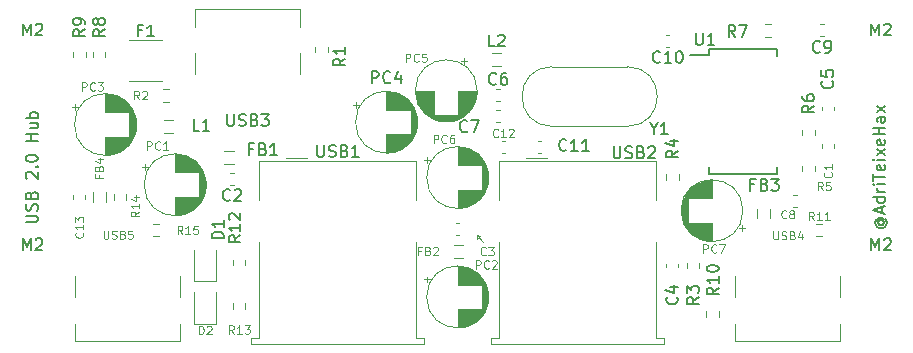
<source format=gbr>
%TF.GenerationSoftware,KiCad,Pcbnew,9.0.0*%
%TF.CreationDate,2025-03-31T17:07:40+02:00*%
%TF.ProjectId,Project Hub,50726f6a-6563-4742-9048-75622e6b6963,rev?*%
%TF.SameCoordinates,Original*%
%TF.FileFunction,Legend,Top*%
%TF.FilePolarity,Positive*%
%FSLAX46Y46*%
G04 Gerber Fmt 4.6, Leading zero omitted, Abs format (unit mm)*
G04 Created by KiCad (PCBNEW 9.0.0) date 2025-03-31 17:07:40*
%MOMM*%
%LPD*%
G01*
G04 APERTURE LIST*
%ADD10C,0.120000*%
%ADD11C,0.150000*%
%ADD12C,0.100000*%
G04 APERTURE END LIST*
D10*
X75793600Y-101193600D02*
X75285600Y-100634800D01*
X75336400Y-100939600D02*
X75539600Y-100736400D01*
X75539600Y-100736400D02*
X75285600Y-100634800D01*
X75285600Y-100634800D02*
X75336400Y-100939600D01*
D11*
X109368628Y-99396190D02*
X109321009Y-99443809D01*
X109321009Y-99443809D02*
X109273390Y-99539047D01*
X109273390Y-99539047D02*
X109273390Y-99634285D01*
X109273390Y-99634285D02*
X109321009Y-99729523D01*
X109321009Y-99729523D02*
X109368628Y-99777142D01*
X109368628Y-99777142D02*
X109463866Y-99824761D01*
X109463866Y-99824761D02*
X109559104Y-99824761D01*
X109559104Y-99824761D02*
X109654342Y-99777142D01*
X109654342Y-99777142D02*
X109701961Y-99729523D01*
X109701961Y-99729523D02*
X109749580Y-99634285D01*
X109749580Y-99634285D02*
X109749580Y-99539047D01*
X109749580Y-99539047D02*
X109701961Y-99443809D01*
X109701961Y-99443809D02*
X109654342Y-99396190D01*
X109273390Y-99396190D02*
X109654342Y-99396190D01*
X109654342Y-99396190D02*
X109701961Y-99348571D01*
X109701961Y-99348571D02*
X109701961Y-99300952D01*
X109701961Y-99300952D02*
X109654342Y-99205713D01*
X109654342Y-99205713D02*
X109559104Y-99158094D01*
X109559104Y-99158094D02*
X109321009Y-99158094D01*
X109321009Y-99158094D02*
X109178152Y-99253333D01*
X109178152Y-99253333D02*
X109082914Y-99396190D01*
X109082914Y-99396190D02*
X109035295Y-99586666D01*
X109035295Y-99586666D02*
X109082914Y-99777142D01*
X109082914Y-99777142D02*
X109178152Y-99919999D01*
X109178152Y-99919999D02*
X109321009Y-100015237D01*
X109321009Y-100015237D02*
X109511485Y-100062856D01*
X109511485Y-100062856D02*
X109701961Y-100015237D01*
X109701961Y-100015237D02*
X109844819Y-99919999D01*
X109844819Y-99919999D02*
X109940057Y-99777142D01*
X109940057Y-99777142D02*
X109987676Y-99586666D01*
X109987676Y-99586666D02*
X109940057Y-99396190D01*
X109940057Y-99396190D02*
X109844819Y-99253333D01*
X109559104Y-98777142D02*
X109559104Y-98300952D01*
X109844819Y-98872380D02*
X108844819Y-98539047D01*
X108844819Y-98539047D02*
X109844819Y-98205714D01*
X109844819Y-97443809D02*
X108844819Y-97443809D01*
X109797200Y-97443809D02*
X109844819Y-97539047D01*
X109844819Y-97539047D02*
X109844819Y-97729523D01*
X109844819Y-97729523D02*
X109797200Y-97824761D01*
X109797200Y-97824761D02*
X109749580Y-97872380D01*
X109749580Y-97872380D02*
X109654342Y-97919999D01*
X109654342Y-97919999D02*
X109368628Y-97919999D01*
X109368628Y-97919999D02*
X109273390Y-97872380D01*
X109273390Y-97872380D02*
X109225771Y-97824761D01*
X109225771Y-97824761D02*
X109178152Y-97729523D01*
X109178152Y-97729523D02*
X109178152Y-97539047D01*
X109178152Y-97539047D02*
X109225771Y-97443809D01*
X109844819Y-96967618D02*
X109178152Y-96967618D01*
X109368628Y-96967618D02*
X109273390Y-96919999D01*
X109273390Y-96919999D02*
X109225771Y-96872380D01*
X109225771Y-96872380D02*
X109178152Y-96777142D01*
X109178152Y-96777142D02*
X109178152Y-96681904D01*
X109844819Y-96348570D02*
X109178152Y-96348570D01*
X108844819Y-96348570D02*
X108892438Y-96396189D01*
X108892438Y-96396189D02*
X108940057Y-96348570D01*
X108940057Y-96348570D02*
X108892438Y-96300951D01*
X108892438Y-96300951D02*
X108844819Y-96348570D01*
X108844819Y-96348570D02*
X108940057Y-96348570D01*
X108844819Y-96015237D02*
X108844819Y-95443809D01*
X109844819Y-95729523D02*
X108844819Y-95729523D01*
X109797200Y-94729523D02*
X109844819Y-94824761D01*
X109844819Y-94824761D02*
X109844819Y-95015237D01*
X109844819Y-95015237D02*
X109797200Y-95110475D01*
X109797200Y-95110475D02*
X109701961Y-95158094D01*
X109701961Y-95158094D02*
X109321009Y-95158094D01*
X109321009Y-95158094D02*
X109225771Y-95110475D01*
X109225771Y-95110475D02*
X109178152Y-95015237D01*
X109178152Y-95015237D02*
X109178152Y-94824761D01*
X109178152Y-94824761D02*
X109225771Y-94729523D01*
X109225771Y-94729523D02*
X109321009Y-94681904D01*
X109321009Y-94681904D02*
X109416247Y-94681904D01*
X109416247Y-94681904D02*
X109511485Y-95158094D01*
X109844819Y-94253332D02*
X109178152Y-94253332D01*
X108844819Y-94253332D02*
X108892438Y-94300951D01*
X108892438Y-94300951D02*
X108940057Y-94253332D01*
X108940057Y-94253332D02*
X108892438Y-94205713D01*
X108892438Y-94205713D02*
X108844819Y-94253332D01*
X108844819Y-94253332D02*
X108940057Y-94253332D01*
X109844819Y-93872380D02*
X109178152Y-93348571D01*
X109178152Y-93872380D02*
X109844819Y-93348571D01*
X109797200Y-92586666D02*
X109844819Y-92681904D01*
X109844819Y-92681904D02*
X109844819Y-92872380D01*
X109844819Y-92872380D02*
X109797200Y-92967618D01*
X109797200Y-92967618D02*
X109701961Y-93015237D01*
X109701961Y-93015237D02*
X109321009Y-93015237D01*
X109321009Y-93015237D02*
X109225771Y-92967618D01*
X109225771Y-92967618D02*
X109178152Y-92872380D01*
X109178152Y-92872380D02*
X109178152Y-92681904D01*
X109178152Y-92681904D02*
X109225771Y-92586666D01*
X109225771Y-92586666D02*
X109321009Y-92539047D01*
X109321009Y-92539047D02*
X109416247Y-92539047D01*
X109416247Y-92539047D02*
X109511485Y-93015237D01*
X109844819Y-92110475D02*
X108844819Y-92110475D01*
X109321009Y-92110475D02*
X109321009Y-91539047D01*
X109844819Y-91539047D02*
X108844819Y-91539047D01*
X109844819Y-90634285D02*
X109321009Y-90634285D01*
X109321009Y-90634285D02*
X109225771Y-90681904D01*
X109225771Y-90681904D02*
X109178152Y-90777142D01*
X109178152Y-90777142D02*
X109178152Y-90967618D01*
X109178152Y-90967618D02*
X109225771Y-91062856D01*
X109797200Y-90634285D02*
X109844819Y-90729523D01*
X109844819Y-90729523D02*
X109844819Y-90967618D01*
X109844819Y-90967618D02*
X109797200Y-91062856D01*
X109797200Y-91062856D02*
X109701961Y-91110475D01*
X109701961Y-91110475D02*
X109606723Y-91110475D01*
X109606723Y-91110475D02*
X109511485Y-91062856D01*
X109511485Y-91062856D02*
X109463866Y-90967618D01*
X109463866Y-90967618D02*
X109463866Y-90729523D01*
X109463866Y-90729523D02*
X109416247Y-90634285D01*
X109844819Y-90253332D02*
X109178152Y-89729523D01*
X109178152Y-90253332D02*
X109844819Y-89729523D01*
X37094819Y-99562856D02*
X37904342Y-99562856D01*
X37904342Y-99562856D02*
X37999580Y-99515237D01*
X37999580Y-99515237D02*
X38047200Y-99467618D01*
X38047200Y-99467618D02*
X38094819Y-99372380D01*
X38094819Y-99372380D02*
X38094819Y-99181904D01*
X38094819Y-99181904D02*
X38047200Y-99086666D01*
X38047200Y-99086666D02*
X37999580Y-99039047D01*
X37999580Y-99039047D02*
X37904342Y-98991428D01*
X37904342Y-98991428D02*
X37094819Y-98991428D01*
X38047200Y-98562856D02*
X38094819Y-98419999D01*
X38094819Y-98419999D02*
X38094819Y-98181904D01*
X38094819Y-98181904D02*
X38047200Y-98086666D01*
X38047200Y-98086666D02*
X37999580Y-98039047D01*
X37999580Y-98039047D02*
X37904342Y-97991428D01*
X37904342Y-97991428D02*
X37809104Y-97991428D01*
X37809104Y-97991428D02*
X37713866Y-98039047D01*
X37713866Y-98039047D02*
X37666247Y-98086666D01*
X37666247Y-98086666D02*
X37618628Y-98181904D01*
X37618628Y-98181904D02*
X37571009Y-98372380D01*
X37571009Y-98372380D02*
X37523390Y-98467618D01*
X37523390Y-98467618D02*
X37475771Y-98515237D01*
X37475771Y-98515237D02*
X37380533Y-98562856D01*
X37380533Y-98562856D02*
X37285295Y-98562856D01*
X37285295Y-98562856D02*
X37190057Y-98515237D01*
X37190057Y-98515237D02*
X37142438Y-98467618D01*
X37142438Y-98467618D02*
X37094819Y-98372380D01*
X37094819Y-98372380D02*
X37094819Y-98134285D01*
X37094819Y-98134285D02*
X37142438Y-97991428D01*
X37571009Y-97229523D02*
X37618628Y-97086666D01*
X37618628Y-97086666D02*
X37666247Y-97039047D01*
X37666247Y-97039047D02*
X37761485Y-96991428D01*
X37761485Y-96991428D02*
X37904342Y-96991428D01*
X37904342Y-96991428D02*
X37999580Y-97039047D01*
X37999580Y-97039047D02*
X38047200Y-97086666D01*
X38047200Y-97086666D02*
X38094819Y-97181904D01*
X38094819Y-97181904D02*
X38094819Y-97562856D01*
X38094819Y-97562856D02*
X37094819Y-97562856D01*
X37094819Y-97562856D02*
X37094819Y-97229523D01*
X37094819Y-97229523D02*
X37142438Y-97134285D01*
X37142438Y-97134285D02*
X37190057Y-97086666D01*
X37190057Y-97086666D02*
X37285295Y-97039047D01*
X37285295Y-97039047D02*
X37380533Y-97039047D01*
X37380533Y-97039047D02*
X37475771Y-97086666D01*
X37475771Y-97086666D02*
X37523390Y-97134285D01*
X37523390Y-97134285D02*
X37571009Y-97229523D01*
X37571009Y-97229523D02*
X37571009Y-97562856D01*
X37190057Y-95848570D02*
X37142438Y-95800951D01*
X37142438Y-95800951D02*
X37094819Y-95705713D01*
X37094819Y-95705713D02*
X37094819Y-95467618D01*
X37094819Y-95467618D02*
X37142438Y-95372380D01*
X37142438Y-95372380D02*
X37190057Y-95324761D01*
X37190057Y-95324761D02*
X37285295Y-95277142D01*
X37285295Y-95277142D02*
X37380533Y-95277142D01*
X37380533Y-95277142D02*
X37523390Y-95324761D01*
X37523390Y-95324761D02*
X38094819Y-95896189D01*
X38094819Y-95896189D02*
X38094819Y-95277142D01*
X37999580Y-94848570D02*
X38047200Y-94800951D01*
X38047200Y-94800951D02*
X38094819Y-94848570D01*
X38094819Y-94848570D02*
X38047200Y-94896189D01*
X38047200Y-94896189D02*
X37999580Y-94848570D01*
X37999580Y-94848570D02*
X38094819Y-94848570D01*
X37094819Y-94181904D02*
X37094819Y-94086666D01*
X37094819Y-94086666D02*
X37142438Y-93991428D01*
X37142438Y-93991428D02*
X37190057Y-93943809D01*
X37190057Y-93943809D02*
X37285295Y-93896190D01*
X37285295Y-93896190D02*
X37475771Y-93848571D01*
X37475771Y-93848571D02*
X37713866Y-93848571D01*
X37713866Y-93848571D02*
X37904342Y-93896190D01*
X37904342Y-93896190D02*
X37999580Y-93943809D01*
X37999580Y-93943809D02*
X38047200Y-93991428D01*
X38047200Y-93991428D02*
X38094819Y-94086666D01*
X38094819Y-94086666D02*
X38094819Y-94181904D01*
X38094819Y-94181904D02*
X38047200Y-94277142D01*
X38047200Y-94277142D02*
X37999580Y-94324761D01*
X37999580Y-94324761D02*
X37904342Y-94372380D01*
X37904342Y-94372380D02*
X37713866Y-94419999D01*
X37713866Y-94419999D02*
X37475771Y-94419999D01*
X37475771Y-94419999D02*
X37285295Y-94372380D01*
X37285295Y-94372380D02*
X37190057Y-94324761D01*
X37190057Y-94324761D02*
X37142438Y-94277142D01*
X37142438Y-94277142D02*
X37094819Y-94181904D01*
X38094819Y-92658094D02*
X37094819Y-92658094D01*
X37571009Y-92658094D02*
X37571009Y-92086666D01*
X38094819Y-92086666D02*
X37094819Y-92086666D01*
X37428152Y-91181904D02*
X38094819Y-91181904D01*
X37428152Y-91610475D02*
X37951961Y-91610475D01*
X37951961Y-91610475D02*
X38047200Y-91562856D01*
X38047200Y-91562856D02*
X38094819Y-91467618D01*
X38094819Y-91467618D02*
X38094819Y-91324761D01*
X38094819Y-91324761D02*
X38047200Y-91229523D01*
X38047200Y-91229523D02*
X37999580Y-91181904D01*
X38094819Y-90705713D02*
X37094819Y-90705713D01*
X37475771Y-90705713D02*
X37428152Y-90610475D01*
X37428152Y-90610475D02*
X37428152Y-90419999D01*
X37428152Y-90419999D02*
X37475771Y-90324761D01*
X37475771Y-90324761D02*
X37523390Y-90277142D01*
X37523390Y-90277142D02*
X37618628Y-90229523D01*
X37618628Y-90229523D02*
X37904342Y-90229523D01*
X37904342Y-90229523D02*
X37999580Y-90277142D01*
X37999580Y-90277142D02*
X38047200Y-90324761D01*
X38047200Y-90324761D02*
X38094819Y-90419999D01*
X38094819Y-90419999D02*
X38094819Y-90610475D01*
X38094819Y-90610475D02*
X38047200Y-90705713D01*
X54392533Y-97649180D02*
X54344914Y-97696800D01*
X54344914Y-97696800D02*
X54202057Y-97744419D01*
X54202057Y-97744419D02*
X54106819Y-97744419D01*
X54106819Y-97744419D02*
X53963962Y-97696800D01*
X53963962Y-97696800D02*
X53868724Y-97601561D01*
X53868724Y-97601561D02*
X53821105Y-97506323D01*
X53821105Y-97506323D02*
X53773486Y-97315847D01*
X53773486Y-97315847D02*
X53773486Y-97172990D01*
X53773486Y-97172990D02*
X53821105Y-96982514D01*
X53821105Y-96982514D02*
X53868724Y-96887276D01*
X53868724Y-96887276D02*
X53963962Y-96792038D01*
X53963962Y-96792038D02*
X54106819Y-96744419D01*
X54106819Y-96744419D02*
X54202057Y-96744419D01*
X54202057Y-96744419D02*
X54344914Y-96792038D01*
X54344914Y-96792038D02*
X54392533Y-96839657D01*
X54773486Y-96839657D02*
X54821105Y-96792038D01*
X54821105Y-96792038D02*
X54916343Y-96744419D01*
X54916343Y-96744419D02*
X55154438Y-96744419D01*
X55154438Y-96744419D02*
X55249676Y-96792038D01*
X55249676Y-96792038D02*
X55297295Y-96839657D01*
X55297295Y-96839657D02*
X55344914Y-96934895D01*
X55344914Y-96934895D02*
X55344914Y-97030133D01*
X55344914Y-97030133D02*
X55297295Y-97172990D01*
X55297295Y-97172990D02*
X54725867Y-97744419D01*
X54725867Y-97744419D02*
X55344914Y-97744419D01*
D12*
X71625933Y-92849233D02*
X71625933Y-92149233D01*
X71625933Y-92149233D02*
X71892600Y-92149233D01*
X71892600Y-92149233D02*
X71959267Y-92182566D01*
X71959267Y-92182566D02*
X71992600Y-92215900D01*
X71992600Y-92215900D02*
X72025933Y-92282566D01*
X72025933Y-92282566D02*
X72025933Y-92382566D01*
X72025933Y-92382566D02*
X71992600Y-92449233D01*
X71992600Y-92449233D02*
X71959267Y-92482566D01*
X71959267Y-92482566D02*
X71892600Y-92515900D01*
X71892600Y-92515900D02*
X71625933Y-92515900D01*
X72725933Y-92782566D02*
X72692600Y-92815900D01*
X72692600Y-92815900D02*
X72592600Y-92849233D01*
X72592600Y-92849233D02*
X72525933Y-92849233D01*
X72525933Y-92849233D02*
X72425933Y-92815900D01*
X72425933Y-92815900D02*
X72359267Y-92749233D01*
X72359267Y-92749233D02*
X72325933Y-92682566D01*
X72325933Y-92682566D02*
X72292600Y-92549233D01*
X72292600Y-92549233D02*
X72292600Y-92449233D01*
X72292600Y-92449233D02*
X72325933Y-92315900D01*
X72325933Y-92315900D02*
X72359267Y-92249233D01*
X72359267Y-92249233D02*
X72425933Y-92182566D01*
X72425933Y-92182566D02*
X72525933Y-92149233D01*
X72525933Y-92149233D02*
X72592600Y-92149233D01*
X72592600Y-92149233D02*
X72692600Y-92182566D01*
X72692600Y-92182566D02*
X72725933Y-92215900D01*
X73325933Y-92149233D02*
X73192600Y-92149233D01*
X73192600Y-92149233D02*
X73125933Y-92182566D01*
X73125933Y-92182566D02*
X73092600Y-92215900D01*
X73092600Y-92215900D02*
X73025933Y-92315900D01*
X73025933Y-92315900D02*
X72992600Y-92449233D01*
X72992600Y-92449233D02*
X72992600Y-92715900D01*
X72992600Y-92715900D02*
X73025933Y-92782566D01*
X73025933Y-92782566D02*
X73059267Y-92815900D01*
X73059267Y-92815900D02*
X73125933Y-92849233D01*
X73125933Y-92849233D02*
X73259267Y-92849233D01*
X73259267Y-92849233D02*
X73325933Y-92815900D01*
X73325933Y-92815900D02*
X73359267Y-92782566D01*
X73359267Y-92782566D02*
X73392600Y-92715900D01*
X73392600Y-92715900D02*
X73392600Y-92549233D01*
X73392600Y-92549233D02*
X73359267Y-92482566D01*
X73359267Y-92482566D02*
X73325933Y-92449233D01*
X73325933Y-92449233D02*
X73259267Y-92415900D01*
X73259267Y-92415900D02*
X73125933Y-92415900D01*
X73125933Y-92415900D02*
X73059267Y-92449233D01*
X73059267Y-92449233D02*
X73025933Y-92482566D01*
X73025933Y-92482566D02*
X72992600Y-92549233D01*
X54718799Y-108979833D02*
X54485466Y-108646500D01*
X54318799Y-108979833D02*
X54318799Y-108279833D01*
X54318799Y-108279833D02*
X54585466Y-108279833D01*
X54585466Y-108279833D02*
X54652133Y-108313166D01*
X54652133Y-108313166D02*
X54685466Y-108346500D01*
X54685466Y-108346500D02*
X54718799Y-108413166D01*
X54718799Y-108413166D02*
X54718799Y-108513166D01*
X54718799Y-108513166D02*
X54685466Y-108579833D01*
X54685466Y-108579833D02*
X54652133Y-108613166D01*
X54652133Y-108613166D02*
X54585466Y-108646500D01*
X54585466Y-108646500D02*
X54318799Y-108646500D01*
X55385466Y-108979833D02*
X54985466Y-108979833D01*
X55185466Y-108979833D02*
X55185466Y-108279833D01*
X55185466Y-108279833D02*
X55118799Y-108379833D01*
X55118799Y-108379833D02*
X55052133Y-108446500D01*
X55052133Y-108446500D02*
X54985466Y-108479833D01*
X55618800Y-108279833D02*
X56052133Y-108279833D01*
X56052133Y-108279833D02*
X55818800Y-108546500D01*
X55818800Y-108546500D02*
X55918800Y-108546500D01*
X55918800Y-108546500D02*
X55985466Y-108579833D01*
X55985466Y-108579833D02*
X56018800Y-108613166D01*
X56018800Y-108613166D02*
X56052133Y-108679833D01*
X56052133Y-108679833D02*
X56052133Y-108846500D01*
X56052133Y-108846500D02*
X56018800Y-108913166D01*
X56018800Y-108913166D02*
X55985466Y-108946500D01*
X55985466Y-108946500D02*
X55918800Y-108979833D01*
X55918800Y-108979833D02*
X55718800Y-108979833D01*
X55718800Y-108979833D02*
X55652133Y-108946500D01*
X55652133Y-108946500D02*
X55618800Y-108913166D01*
D11*
X54141905Y-90394819D02*
X54141905Y-91204342D01*
X54141905Y-91204342D02*
X54189524Y-91299580D01*
X54189524Y-91299580D02*
X54237143Y-91347200D01*
X54237143Y-91347200D02*
X54332381Y-91394819D01*
X54332381Y-91394819D02*
X54522857Y-91394819D01*
X54522857Y-91394819D02*
X54618095Y-91347200D01*
X54618095Y-91347200D02*
X54665714Y-91299580D01*
X54665714Y-91299580D02*
X54713333Y-91204342D01*
X54713333Y-91204342D02*
X54713333Y-90394819D01*
X55141905Y-91347200D02*
X55284762Y-91394819D01*
X55284762Y-91394819D02*
X55522857Y-91394819D01*
X55522857Y-91394819D02*
X55618095Y-91347200D01*
X55618095Y-91347200D02*
X55665714Y-91299580D01*
X55665714Y-91299580D02*
X55713333Y-91204342D01*
X55713333Y-91204342D02*
X55713333Y-91109104D01*
X55713333Y-91109104D02*
X55665714Y-91013866D01*
X55665714Y-91013866D02*
X55618095Y-90966247D01*
X55618095Y-90966247D02*
X55522857Y-90918628D01*
X55522857Y-90918628D02*
X55332381Y-90871009D01*
X55332381Y-90871009D02*
X55237143Y-90823390D01*
X55237143Y-90823390D02*
X55189524Y-90775771D01*
X55189524Y-90775771D02*
X55141905Y-90680533D01*
X55141905Y-90680533D02*
X55141905Y-90585295D01*
X55141905Y-90585295D02*
X55189524Y-90490057D01*
X55189524Y-90490057D02*
X55237143Y-90442438D01*
X55237143Y-90442438D02*
X55332381Y-90394819D01*
X55332381Y-90394819D02*
X55570476Y-90394819D01*
X55570476Y-90394819D02*
X55713333Y-90442438D01*
X56475238Y-90871009D02*
X56618095Y-90918628D01*
X56618095Y-90918628D02*
X56665714Y-90966247D01*
X56665714Y-90966247D02*
X56713333Y-91061485D01*
X56713333Y-91061485D02*
X56713333Y-91204342D01*
X56713333Y-91204342D02*
X56665714Y-91299580D01*
X56665714Y-91299580D02*
X56618095Y-91347200D01*
X56618095Y-91347200D02*
X56522857Y-91394819D01*
X56522857Y-91394819D02*
X56141905Y-91394819D01*
X56141905Y-91394819D02*
X56141905Y-90394819D01*
X56141905Y-90394819D02*
X56475238Y-90394819D01*
X56475238Y-90394819D02*
X56570476Y-90442438D01*
X56570476Y-90442438D02*
X56618095Y-90490057D01*
X56618095Y-90490057D02*
X56665714Y-90585295D01*
X56665714Y-90585295D02*
X56665714Y-90680533D01*
X56665714Y-90680533D02*
X56618095Y-90775771D01*
X56618095Y-90775771D02*
X56570476Y-90823390D01*
X56570476Y-90823390D02*
X56475238Y-90871009D01*
X56475238Y-90871009D02*
X56141905Y-90871009D01*
X57046667Y-90394819D02*
X57665714Y-90394819D01*
X57665714Y-90394819D02*
X57332381Y-90775771D01*
X57332381Y-90775771D02*
X57475238Y-90775771D01*
X57475238Y-90775771D02*
X57570476Y-90823390D01*
X57570476Y-90823390D02*
X57618095Y-90871009D01*
X57618095Y-90871009D02*
X57665714Y-90966247D01*
X57665714Y-90966247D02*
X57665714Y-91204342D01*
X57665714Y-91204342D02*
X57618095Y-91299580D01*
X57618095Y-91299580D02*
X57570476Y-91347200D01*
X57570476Y-91347200D02*
X57475238Y-91394819D01*
X57475238Y-91394819D02*
X57189524Y-91394819D01*
X57189524Y-91394819D02*
X57094286Y-91347200D01*
X57094286Y-91347200D02*
X57046667Y-91299580D01*
D12*
X104582133Y-96838633D02*
X104348800Y-96505300D01*
X104182133Y-96838633D02*
X104182133Y-96138633D01*
X104182133Y-96138633D02*
X104448800Y-96138633D01*
X104448800Y-96138633D02*
X104515467Y-96171966D01*
X104515467Y-96171966D02*
X104548800Y-96205300D01*
X104548800Y-96205300D02*
X104582133Y-96271966D01*
X104582133Y-96271966D02*
X104582133Y-96371966D01*
X104582133Y-96371966D02*
X104548800Y-96438633D01*
X104548800Y-96438633D02*
X104515467Y-96471966D01*
X104515467Y-96471966D02*
X104448800Y-96505300D01*
X104448800Y-96505300D02*
X104182133Y-96505300D01*
X105215467Y-96138633D02*
X104882133Y-96138633D01*
X104882133Y-96138633D02*
X104848800Y-96471966D01*
X104848800Y-96471966D02*
X104882133Y-96438633D01*
X104882133Y-96438633D02*
X104948800Y-96405300D01*
X104948800Y-96405300D02*
X105115467Y-96405300D01*
X105115467Y-96405300D02*
X105182133Y-96438633D01*
X105182133Y-96438633D02*
X105215467Y-96471966D01*
X105215467Y-96471966D02*
X105248800Y-96538633D01*
X105248800Y-96538633D02*
X105248800Y-96705300D01*
X105248800Y-96705300D02*
X105215467Y-96771966D01*
X105215467Y-96771966D02*
X105182133Y-96805300D01*
X105182133Y-96805300D02*
X105115467Y-96838633D01*
X105115467Y-96838633D02*
X104948800Y-96838633D01*
X104948800Y-96838633D02*
X104882133Y-96805300D01*
X104882133Y-96805300D02*
X104848800Y-96771966D01*
X75207333Y-103466433D02*
X75207333Y-102766433D01*
X75207333Y-102766433D02*
X75474000Y-102766433D01*
X75474000Y-102766433D02*
X75540667Y-102799766D01*
X75540667Y-102799766D02*
X75574000Y-102833100D01*
X75574000Y-102833100D02*
X75607333Y-102899766D01*
X75607333Y-102899766D02*
X75607333Y-102999766D01*
X75607333Y-102999766D02*
X75574000Y-103066433D01*
X75574000Y-103066433D02*
X75540667Y-103099766D01*
X75540667Y-103099766D02*
X75474000Y-103133100D01*
X75474000Y-103133100D02*
X75207333Y-103133100D01*
X76307333Y-103399766D02*
X76274000Y-103433100D01*
X76274000Y-103433100D02*
X76174000Y-103466433D01*
X76174000Y-103466433D02*
X76107333Y-103466433D01*
X76107333Y-103466433D02*
X76007333Y-103433100D01*
X76007333Y-103433100D02*
X75940667Y-103366433D01*
X75940667Y-103366433D02*
X75907333Y-103299766D01*
X75907333Y-103299766D02*
X75874000Y-103166433D01*
X75874000Y-103166433D02*
X75874000Y-103066433D01*
X75874000Y-103066433D02*
X75907333Y-102933100D01*
X75907333Y-102933100D02*
X75940667Y-102866433D01*
X75940667Y-102866433D02*
X76007333Y-102799766D01*
X76007333Y-102799766D02*
X76107333Y-102766433D01*
X76107333Y-102766433D02*
X76174000Y-102766433D01*
X76174000Y-102766433D02*
X76274000Y-102799766D01*
X76274000Y-102799766D02*
X76307333Y-102833100D01*
X76574000Y-102833100D02*
X76607333Y-102799766D01*
X76607333Y-102799766D02*
X76674000Y-102766433D01*
X76674000Y-102766433D02*
X76840667Y-102766433D01*
X76840667Y-102766433D02*
X76907333Y-102799766D01*
X76907333Y-102799766D02*
X76940667Y-102833100D01*
X76940667Y-102833100D02*
X76974000Y-102899766D01*
X76974000Y-102899766D02*
X76974000Y-102966433D01*
X76974000Y-102966433D02*
X76940667Y-103066433D01*
X76940667Y-103066433D02*
X76540667Y-103466433D01*
X76540667Y-103466433D02*
X76974000Y-103466433D01*
D11*
X43787219Y-83224666D02*
X43311028Y-83557999D01*
X43787219Y-83796094D02*
X42787219Y-83796094D01*
X42787219Y-83796094D02*
X42787219Y-83415142D01*
X42787219Y-83415142D02*
X42834838Y-83319904D01*
X42834838Y-83319904D02*
X42882457Y-83272285D01*
X42882457Y-83272285D02*
X42977695Y-83224666D01*
X42977695Y-83224666D02*
X43120552Y-83224666D01*
X43120552Y-83224666D02*
X43215790Y-83272285D01*
X43215790Y-83272285D02*
X43263409Y-83319904D01*
X43263409Y-83319904D02*
X43311028Y-83415142D01*
X43311028Y-83415142D02*
X43311028Y-83796094D01*
X43215790Y-82653237D02*
X43168171Y-82748475D01*
X43168171Y-82748475D02*
X43120552Y-82796094D01*
X43120552Y-82796094D02*
X43025314Y-82843713D01*
X43025314Y-82843713D02*
X42977695Y-82843713D01*
X42977695Y-82843713D02*
X42882457Y-82796094D01*
X42882457Y-82796094D02*
X42834838Y-82748475D01*
X42834838Y-82748475D02*
X42787219Y-82653237D01*
X42787219Y-82653237D02*
X42787219Y-82462761D01*
X42787219Y-82462761D02*
X42834838Y-82367523D01*
X42834838Y-82367523D02*
X42882457Y-82319904D01*
X42882457Y-82319904D02*
X42977695Y-82272285D01*
X42977695Y-82272285D02*
X43025314Y-82272285D01*
X43025314Y-82272285D02*
X43120552Y-82319904D01*
X43120552Y-82319904D02*
X43168171Y-82367523D01*
X43168171Y-82367523D02*
X43215790Y-82462761D01*
X43215790Y-82462761D02*
X43215790Y-82653237D01*
X43215790Y-82653237D02*
X43263409Y-82748475D01*
X43263409Y-82748475D02*
X43311028Y-82796094D01*
X43311028Y-82796094D02*
X43406266Y-82843713D01*
X43406266Y-82843713D02*
X43596742Y-82843713D01*
X43596742Y-82843713D02*
X43691980Y-82796094D01*
X43691980Y-82796094D02*
X43739600Y-82748475D01*
X43739600Y-82748475D02*
X43787219Y-82653237D01*
X43787219Y-82653237D02*
X43787219Y-82462761D01*
X43787219Y-82462761D02*
X43739600Y-82367523D01*
X43739600Y-82367523D02*
X43691980Y-82319904D01*
X43691980Y-82319904D02*
X43596742Y-82272285D01*
X43596742Y-82272285D02*
X43406266Y-82272285D01*
X43406266Y-82272285D02*
X43311028Y-82319904D01*
X43311028Y-82319904D02*
X43263409Y-82367523D01*
X43263409Y-82367523D02*
X43215790Y-82462761D01*
X64144819Y-85686666D02*
X63668628Y-86019999D01*
X64144819Y-86258094D02*
X63144819Y-86258094D01*
X63144819Y-86258094D02*
X63144819Y-85877142D01*
X63144819Y-85877142D02*
X63192438Y-85781904D01*
X63192438Y-85781904D02*
X63240057Y-85734285D01*
X63240057Y-85734285D02*
X63335295Y-85686666D01*
X63335295Y-85686666D02*
X63478152Y-85686666D01*
X63478152Y-85686666D02*
X63573390Y-85734285D01*
X63573390Y-85734285D02*
X63621009Y-85781904D01*
X63621009Y-85781904D02*
X63668628Y-85877142D01*
X63668628Y-85877142D02*
X63668628Y-86258094D01*
X64144819Y-84734285D02*
X64144819Y-85305713D01*
X64144819Y-85019999D02*
X63144819Y-85019999D01*
X63144819Y-85019999D02*
X63287676Y-85115237D01*
X63287676Y-85115237D02*
X63382914Y-85210475D01*
X63382914Y-85210475D02*
X63430533Y-85305713D01*
X36830476Y-83724819D02*
X36830476Y-82724819D01*
X36830476Y-82724819D02*
X37163809Y-83439104D01*
X37163809Y-83439104D02*
X37497142Y-82724819D01*
X37497142Y-82724819D02*
X37497142Y-83724819D01*
X37925714Y-82820057D02*
X37973333Y-82772438D01*
X37973333Y-82772438D02*
X38068571Y-82724819D01*
X38068571Y-82724819D02*
X38306666Y-82724819D01*
X38306666Y-82724819D02*
X38401904Y-82772438D01*
X38401904Y-82772438D02*
X38449523Y-82820057D01*
X38449523Y-82820057D02*
X38497142Y-82915295D01*
X38497142Y-82915295D02*
X38497142Y-83010533D01*
X38497142Y-83010533D02*
X38449523Y-83153390D01*
X38449523Y-83153390D02*
X37878095Y-83724819D01*
X37878095Y-83724819D02*
X38497142Y-83724819D01*
D12*
X101483333Y-99159566D02*
X101450000Y-99192900D01*
X101450000Y-99192900D02*
X101350000Y-99226233D01*
X101350000Y-99226233D02*
X101283333Y-99226233D01*
X101283333Y-99226233D02*
X101183333Y-99192900D01*
X101183333Y-99192900D02*
X101116667Y-99126233D01*
X101116667Y-99126233D02*
X101083333Y-99059566D01*
X101083333Y-99059566D02*
X101050000Y-98926233D01*
X101050000Y-98926233D02*
X101050000Y-98826233D01*
X101050000Y-98826233D02*
X101083333Y-98692900D01*
X101083333Y-98692900D02*
X101116667Y-98626233D01*
X101116667Y-98626233D02*
X101183333Y-98559566D01*
X101183333Y-98559566D02*
X101283333Y-98526233D01*
X101283333Y-98526233D02*
X101350000Y-98526233D01*
X101350000Y-98526233D02*
X101450000Y-98559566D01*
X101450000Y-98559566D02*
X101483333Y-98592900D01*
X101883333Y-98826233D02*
X101816667Y-98792900D01*
X101816667Y-98792900D02*
X101783333Y-98759566D01*
X101783333Y-98759566D02*
X101750000Y-98692900D01*
X101750000Y-98692900D02*
X101750000Y-98659566D01*
X101750000Y-98659566D02*
X101783333Y-98592900D01*
X101783333Y-98592900D02*
X101816667Y-98559566D01*
X101816667Y-98559566D02*
X101883333Y-98526233D01*
X101883333Y-98526233D02*
X102016667Y-98526233D01*
X102016667Y-98526233D02*
X102083333Y-98559566D01*
X102083333Y-98559566D02*
X102116667Y-98592900D01*
X102116667Y-98592900D02*
X102150000Y-98659566D01*
X102150000Y-98659566D02*
X102150000Y-98692900D01*
X102150000Y-98692900D02*
X102116667Y-98759566D01*
X102116667Y-98759566D02*
X102083333Y-98792900D01*
X102083333Y-98792900D02*
X102016667Y-98826233D01*
X102016667Y-98826233D02*
X101883333Y-98826233D01*
X101883333Y-98826233D02*
X101816667Y-98859566D01*
X101816667Y-98859566D02*
X101783333Y-98892900D01*
X101783333Y-98892900D02*
X101750000Y-98959566D01*
X101750000Y-98959566D02*
X101750000Y-99092900D01*
X101750000Y-99092900D02*
X101783333Y-99159566D01*
X101783333Y-99159566D02*
X101816667Y-99192900D01*
X101816667Y-99192900D02*
X101883333Y-99226233D01*
X101883333Y-99226233D02*
X102016667Y-99226233D01*
X102016667Y-99226233D02*
X102083333Y-99192900D01*
X102083333Y-99192900D02*
X102116667Y-99159566D01*
X102116667Y-99159566D02*
X102150000Y-99092900D01*
X102150000Y-99092900D02*
X102150000Y-98959566D01*
X102150000Y-98959566D02*
X102116667Y-98892900D01*
X102116667Y-98892900D02*
X102083333Y-98859566D01*
X102083333Y-98859566D02*
X102016667Y-98826233D01*
D11*
X42110819Y-83224666D02*
X41634628Y-83557999D01*
X42110819Y-83796094D02*
X41110819Y-83796094D01*
X41110819Y-83796094D02*
X41110819Y-83415142D01*
X41110819Y-83415142D02*
X41158438Y-83319904D01*
X41158438Y-83319904D02*
X41206057Y-83272285D01*
X41206057Y-83272285D02*
X41301295Y-83224666D01*
X41301295Y-83224666D02*
X41444152Y-83224666D01*
X41444152Y-83224666D02*
X41539390Y-83272285D01*
X41539390Y-83272285D02*
X41587009Y-83319904D01*
X41587009Y-83319904D02*
X41634628Y-83415142D01*
X41634628Y-83415142D02*
X41634628Y-83796094D01*
X42110819Y-82748475D02*
X42110819Y-82557999D01*
X42110819Y-82557999D02*
X42063200Y-82462761D01*
X42063200Y-82462761D02*
X42015580Y-82415142D01*
X42015580Y-82415142D02*
X41872723Y-82319904D01*
X41872723Y-82319904D02*
X41682247Y-82272285D01*
X41682247Y-82272285D02*
X41301295Y-82272285D01*
X41301295Y-82272285D02*
X41206057Y-82319904D01*
X41206057Y-82319904D02*
X41158438Y-82367523D01*
X41158438Y-82367523D02*
X41110819Y-82462761D01*
X41110819Y-82462761D02*
X41110819Y-82653237D01*
X41110819Y-82653237D02*
X41158438Y-82748475D01*
X41158438Y-82748475D02*
X41206057Y-82796094D01*
X41206057Y-82796094D02*
X41301295Y-82843713D01*
X41301295Y-82843713D02*
X41539390Y-82843713D01*
X41539390Y-82843713D02*
X41634628Y-82796094D01*
X41634628Y-82796094D02*
X41682247Y-82748475D01*
X41682247Y-82748475D02*
X41729866Y-82653237D01*
X41729866Y-82653237D02*
X41729866Y-82462761D01*
X41729866Y-82462761D02*
X41682247Y-82367523D01*
X41682247Y-82367523D02*
X41634628Y-82319904D01*
X41634628Y-82319904D02*
X41539390Y-82272285D01*
X36830476Y-101924819D02*
X36830476Y-100924819D01*
X36830476Y-100924819D02*
X37163809Y-101639104D01*
X37163809Y-101639104D02*
X37497142Y-100924819D01*
X37497142Y-100924819D02*
X37497142Y-101924819D01*
X37925714Y-101020057D02*
X37973333Y-100972438D01*
X37973333Y-100972438D02*
X38068571Y-100924819D01*
X38068571Y-100924819D02*
X38306666Y-100924819D01*
X38306666Y-100924819D02*
X38401904Y-100972438D01*
X38401904Y-100972438D02*
X38449523Y-101020057D01*
X38449523Y-101020057D02*
X38497142Y-101115295D01*
X38497142Y-101115295D02*
X38497142Y-101210533D01*
X38497142Y-101210533D02*
X38449523Y-101353390D01*
X38449523Y-101353390D02*
X37878095Y-101924819D01*
X37878095Y-101924819D02*
X38497142Y-101924819D01*
X76923333Y-87810180D02*
X76875714Y-87857800D01*
X76875714Y-87857800D02*
X76732857Y-87905419D01*
X76732857Y-87905419D02*
X76637619Y-87905419D01*
X76637619Y-87905419D02*
X76494762Y-87857800D01*
X76494762Y-87857800D02*
X76399524Y-87762561D01*
X76399524Y-87762561D02*
X76351905Y-87667323D01*
X76351905Y-87667323D02*
X76304286Y-87476847D01*
X76304286Y-87476847D02*
X76304286Y-87333990D01*
X76304286Y-87333990D02*
X76351905Y-87143514D01*
X76351905Y-87143514D02*
X76399524Y-87048276D01*
X76399524Y-87048276D02*
X76494762Y-86953038D01*
X76494762Y-86953038D02*
X76637619Y-86905419D01*
X76637619Y-86905419D02*
X76732857Y-86905419D01*
X76732857Y-86905419D02*
X76875714Y-86953038D01*
X76875714Y-86953038D02*
X76923333Y-87000657D01*
X77780476Y-86905419D02*
X77590000Y-86905419D01*
X77590000Y-86905419D02*
X77494762Y-86953038D01*
X77494762Y-86953038D02*
X77447143Y-87000657D01*
X77447143Y-87000657D02*
X77351905Y-87143514D01*
X77351905Y-87143514D02*
X77304286Y-87333990D01*
X77304286Y-87333990D02*
X77304286Y-87714942D01*
X77304286Y-87714942D02*
X77351905Y-87810180D01*
X77351905Y-87810180D02*
X77399524Y-87857800D01*
X77399524Y-87857800D02*
X77494762Y-87905419D01*
X77494762Y-87905419D02*
X77685238Y-87905419D01*
X77685238Y-87905419D02*
X77780476Y-87857800D01*
X77780476Y-87857800D02*
X77828095Y-87810180D01*
X77828095Y-87810180D02*
X77875714Y-87714942D01*
X77875714Y-87714942D02*
X77875714Y-87476847D01*
X77875714Y-87476847D02*
X77828095Y-87381609D01*
X77828095Y-87381609D02*
X77780476Y-87333990D01*
X77780476Y-87333990D02*
X77685238Y-87286371D01*
X77685238Y-87286371D02*
X77494762Y-87286371D01*
X77494762Y-87286371D02*
X77399524Y-87333990D01*
X77399524Y-87333990D02*
X77351905Y-87381609D01*
X77351905Y-87381609D02*
X77304286Y-87476847D01*
X86857105Y-93130019D02*
X86857105Y-93939542D01*
X86857105Y-93939542D02*
X86904724Y-94034780D01*
X86904724Y-94034780D02*
X86952343Y-94082400D01*
X86952343Y-94082400D02*
X87047581Y-94130019D01*
X87047581Y-94130019D02*
X87238057Y-94130019D01*
X87238057Y-94130019D02*
X87333295Y-94082400D01*
X87333295Y-94082400D02*
X87380914Y-94034780D01*
X87380914Y-94034780D02*
X87428533Y-93939542D01*
X87428533Y-93939542D02*
X87428533Y-93130019D01*
X87857105Y-94082400D02*
X87999962Y-94130019D01*
X87999962Y-94130019D02*
X88238057Y-94130019D01*
X88238057Y-94130019D02*
X88333295Y-94082400D01*
X88333295Y-94082400D02*
X88380914Y-94034780D01*
X88380914Y-94034780D02*
X88428533Y-93939542D01*
X88428533Y-93939542D02*
X88428533Y-93844304D01*
X88428533Y-93844304D02*
X88380914Y-93749066D01*
X88380914Y-93749066D02*
X88333295Y-93701447D01*
X88333295Y-93701447D02*
X88238057Y-93653828D01*
X88238057Y-93653828D02*
X88047581Y-93606209D01*
X88047581Y-93606209D02*
X87952343Y-93558590D01*
X87952343Y-93558590D02*
X87904724Y-93510971D01*
X87904724Y-93510971D02*
X87857105Y-93415733D01*
X87857105Y-93415733D02*
X87857105Y-93320495D01*
X87857105Y-93320495D02*
X87904724Y-93225257D01*
X87904724Y-93225257D02*
X87952343Y-93177638D01*
X87952343Y-93177638D02*
X88047581Y-93130019D01*
X88047581Y-93130019D02*
X88285676Y-93130019D01*
X88285676Y-93130019D02*
X88428533Y-93177638D01*
X89190438Y-93606209D02*
X89333295Y-93653828D01*
X89333295Y-93653828D02*
X89380914Y-93701447D01*
X89380914Y-93701447D02*
X89428533Y-93796685D01*
X89428533Y-93796685D02*
X89428533Y-93939542D01*
X89428533Y-93939542D02*
X89380914Y-94034780D01*
X89380914Y-94034780D02*
X89333295Y-94082400D01*
X89333295Y-94082400D02*
X89238057Y-94130019D01*
X89238057Y-94130019D02*
X88857105Y-94130019D01*
X88857105Y-94130019D02*
X88857105Y-93130019D01*
X88857105Y-93130019D02*
X89190438Y-93130019D01*
X89190438Y-93130019D02*
X89285676Y-93177638D01*
X89285676Y-93177638D02*
X89333295Y-93225257D01*
X89333295Y-93225257D02*
X89380914Y-93320495D01*
X89380914Y-93320495D02*
X89380914Y-93415733D01*
X89380914Y-93415733D02*
X89333295Y-93510971D01*
X89333295Y-93510971D02*
X89285676Y-93558590D01*
X89285676Y-93558590D02*
X89190438Y-93606209D01*
X89190438Y-93606209D02*
X88857105Y-93606209D01*
X89809486Y-93225257D02*
X89857105Y-93177638D01*
X89857105Y-93177638D02*
X89952343Y-93130019D01*
X89952343Y-93130019D02*
X90190438Y-93130019D01*
X90190438Y-93130019D02*
X90285676Y-93177638D01*
X90285676Y-93177638D02*
X90333295Y-93225257D01*
X90333295Y-93225257D02*
X90380914Y-93320495D01*
X90380914Y-93320495D02*
X90380914Y-93415733D01*
X90380914Y-93415733D02*
X90333295Y-93558590D01*
X90333295Y-93558590D02*
X89761867Y-94130019D01*
X89761867Y-94130019D02*
X90380914Y-94130019D01*
X95755619Y-105087657D02*
X95279428Y-105420990D01*
X95755619Y-105659085D02*
X94755619Y-105659085D01*
X94755619Y-105659085D02*
X94755619Y-105278133D01*
X94755619Y-105278133D02*
X94803238Y-105182895D01*
X94803238Y-105182895D02*
X94850857Y-105135276D01*
X94850857Y-105135276D02*
X94946095Y-105087657D01*
X94946095Y-105087657D02*
X95088952Y-105087657D01*
X95088952Y-105087657D02*
X95184190Y-105135276D01*
X95184190Y-105135276D02*
X95231809Y-105182895D01*
X95231809Y-105182895D02*
X95279428Y-105278133D01*
X95279428Y-105278133D02*
X95279428Y-105659085D01*
X95755619Y-104135276D02*
X95755619Y-104706704D01*
X95755619Y-104420990D02*
X94755619Y-104420990D01*
X94755619Y-104420990D02*
X94898476Y-104516228D01*
X94898476Y-104516228D02*
X94993714Y-104611466D01*
X94993714Y-104611466D02*
X95041333Y-104706704D01*
X94755619Y-103516228D02*
X94755619Y-103420990D01*
X94755619Y-103420990D02*
X94803238Y-103325752D01*
X94803238Y-103325752D02*
X94850857Y-103278133D01*
X94850857Y-103278133D02*
X94946095Y-103230514D01*
X94946095Y-103230514D02*
X95136571Y-103182895D01*
X95136571Y-103182895D02*
X95374666Y-103182895D01*
X95374666Y-103182895D02*
X95565142Y-103230514D01*
X95565142Y-103230514D02*
X95660380Y-103278133D01*
X95660380Y-103278133D02*
X95708000Y-103325752D01*
X95708000Y-103325752D02*
X95755619Y-103420990D01*
X95755619Y-103420990D02*
X95755619Y-103516228D01*
X95755619Y-103516228D02*
X95708000Y-103611466D01*
X95708000Y-103611466D02*
X95660380Y-103659085D01*
X95660380Y-103659085D02*
X95565142Y-103706704D01*
X95565142Y-103706704D02*
X95374666Y-103754323D01*
X95374666Y-103754323D02*
X95136571Y-103754323D01*
X95136571Y-103754323D02*
X94946095Y-103706704D01*
X94946095Y-103706704D02*
X94850857Y-103659085D01*
X94850857Y-103659085D02*
X94803238Y-103611466D01*
X94803238Y-103611466D02*
X94755619Y-103516228D01*
D12*
X94460533Y-102120233D02*
X94460533Y-101420233D01*
X94460533Y-101420233D02*
X94727200Y-101420233D01*
X94727200Y-101420233D02*
X94793867Y-101453566D01*
X94793867Y-101453566D02*
X94827200Y-101486900D01*
X94827200Y-101486900D02*
X94860533Y-101553566D01*
X94860533Y-101553566D02*
X94860533Y-101653566D01*
X94860533Y-101653566D02*
X94827200Y-101720233D01*
X94827200Y-101720233D02*
X94793867Y-101753566D01*
X94793867Y-101753566D02*
X94727200Y-101786900D01*
X94727200Y-101786900D02*
X94460533Y-101786900D01*
X95560533Y-102053566D02*
X95527200Y-102086900D01*
X95527200Y-102086900D02*
X95427200Y-102120233D01*
X95427200Y-102120233D02*
X95360533Y-102120233D01*
X95360533Y-102120233D02*
X95260533Y-102086900D01*
X95260533Y-102086900D02*
X95193867Y-102020233D01*
X95193867Y-102020233D02*
X95160533Y-101953566D01*
X95160533Y-101953566D02*
X95127200Y-101820233D01*
X95127200Y-101820233D02*
X95127200Y-101720233D01*
X95127200Y-101720233D02*
X95160533Y-101586900D01*
X95160533Y-101586900D02*
X95193867Y-101520233D01*
X95193867Y-101520233D02*
X95260533Y-101453566D01*
X95260533Y-101453566D02*
X95360533Y-101420233D01*
X95360533Y-101420233D02*
X95427200Y-101420233D01*
X95427200Y-101420233D02*
X95527200Y-101453566D01*
X95527200Y-101453566D02*
X95560533Y-101486900D01*
X95793867Y-101420233D02*
X96260533Y-101420233D01*
X96260533Y-101420233D02*
X95960533Y-102120233D01*
D11*
X94079219Y-105881466D02*
X93603028Y-106214799D01*
X94079219Y-106452894D02*
X93079219Y-106452894D01*
X93079219Y-106452894D02*
X93079219Y-106071942D01*
X93079219Y-106071942D02*
X93126838Y-105976704D01*
X93126838Y-105976704D02*
X93174457Y-105929085D01*
X93174457Y-105929085D02*
X93269695Y-105881466D01*
X93269695Y-105881466D02*
X93412552Y-105881466D01*
X93412552Y-105881466D02*
X93507790Y-105929085D01*
X93507790Y-105929085D02*
X93555409Y-105976704D01*
X93555409Y-105976704D02*
X93603028Y-106071942D01*
X93603028Y-106071942D02*
X93603028Y-106452894D01*
X93079219Y-105548132D02*
X93079219Y-104929085D01*
X93079219Y-104929085D02*
X93460171Y-105262418D01*
X93460171Y-105262418D02*
X93460171Y-105119561D01*
X93460171Y-105119561D02*
X93507790Y-105024323D01*
X93507790Y-105024323D02*
X93555409Y-104976704D01*
X93555409Y-104976704D02*
X93650647Y-104929085D01*
X93650647Y-104929085D02*
X93888742Y-104929085D01*
X93888742Y-104929085D02*
X93983980Y-104976704D01*
X93983980Y-104976704D02*
X94031600Y-105024323D01*
X94031600Y-105024323D02*
X94079219Y-105119561D01*
X94079219Y-105119561D02*
X94079219Y-105405275D01*
X94079219Y-105405275D02*
X94031600Y-105500513D01*
X94031600Y-105500513D02*
X93983980Y-105548132D01*
X93827695Y-83528819D02*
X93827695Y-84338342D01*
X93827695Y-84338342D02*
X93875314Y-84433580D01*
X93875314Y-84433580D02*
X93922933Y-84481200D01*
X93922933Y-84481200D02*
X94018171Y-84528819D01*
X94018171Y-84528819D02*
X94208647Y-84528819D01*
X94208647Y-84528819D02*
X94303885Y-84481200D01*
X94303885Y-84481200D02*
X94351504Y-84433580D01*
X94351504Y-84433580D02*
X94399123Y-84338342D01*
X94399123Y-84338342D02*
X94399123Y-83528819D01*
X95399123Y-84528819D02*
X94827695Y-84528819D01*
X95113409Y-84528819D02*
X95113409Y-83528819D01*
X95113409Y-83528819D02*
X95018171Y-83671676D01*
X95018171Y-83671676D02*
X94922933Y-83766914D01*
X94922933Y-83766914D02*
X94827695Y-83814533D01*
D12*
X103816999Y-99378633D02*
X103583666Y-99045300D01*
X103416999Y-99378633D02*
X103416999Y-98678633D01*
X103416999Y-98678633D02*
X103683666Y-98678633D01*
X103683666Y-98678633D02*
X103750333Y-98711966D01*
X103750333Y-98711966D02*
X103783666Y-98745300D01*
X103783666Y-98745300D02*
X103816999Y-98811966D01*
X103816999Y-98811966D02*
X103816999Y-98911966D01*
X103816999Y-98911966D02*
X103783666Y-98978633D01*
X103783666Y-98978633D02*
X103750333Y-99011966D01*
X103750333Y-99011966D02*
X103683666Y-99045300D01*
X103683666Y-99045300D02*
X103416999Y-99045300D01*
X104483666Y-99378633D02*
X104083666Y-99378633D01*
X104283666Y-99378633D02*
X104283666Y-98678633D01*
X104283666Y-98678633D02*
X104216999Y-98778633D01*
X104216999Y-98778633D02*
X104150333Y-98845300D01*
X104150333Y-98845300D02*
X104083666Y-98878633D01*
X105150333Y-99378633D02*
X104750333Y-99378633D01*
X104950333Y-99378633D02*
X104950333Y-98678633D01*
X104950333Y-98678633D02*
X104883666Y-98778633D01*
X104883666Y-98778633D02*
X104817000Y-98845300D01*
X104817000Y-98845300D02*
X104750333Y-98878633D01*
X47368933Y-93408033D02*
X47368933Y-92708033D01*
X47368933Y-92708033D02*
X47635600Y-92708033D01*
X47635600Y-92708033D02*
X47702267Y-92741366D01*
X47702267Y-92741366D02*
X47735600Y-92774700D01*
X47735600Y-92774700D02*
X47768933Y-92841366D01*
X47768933Y-92841366D02*
X47768933Y-92941366D01*
X47768933Y-92941366D02*
X47735600Y-93008033D01*
X47735600Y-93008033D02*
X47702267Y-93041366D01*
X47702267Y-93041366D02*
X47635600Y-93074700D01*
X47635600Y-93074700D02*
X47368933Y-93074700D01*
X48468933Y-93341366D02*
X48435600Y-93374700D01*
X48435600Y-93374700D02*
X48335600Y-93408033D01*
X48335600Y-93408033D02*
X48268933Y-93408033D01*
X48268933Y-93408033D02*
X48168933Y-93374700D01*
X48168933Y-93374700D02*
X48102267Y-93308033D01*
X48102267Y-93308033D02*
X48068933Y-93241366D01*
X48068933Y-93241366D02*
X48035600Y-93108033D01*
X48035600Y-93108033D02*
X48035600Y-93008033D01*
X48035600Y-93008033D02*
X48068933Y-92874700D01*
X48068933Y-92874700D02*
X48102267Y-92808033D01*
X48102267Y-92808033D02*
X48168933Y-92741366D01*
X48168933Y-92741366D02*
X48268933Y-92708033D01*
X48268933Y-92708033D02*
X48335600Y-92708033D01*
X48335600Y-92708033D02*
X48435600Y-92741366D01*
X48435600Y-92741366D02*
X48468933Y-92774700D01*
X49135600Y-93408033D02*
X48735600Y-93408033D01*
X48935600Y-93408033D02*
X48935600Y-92708033D01*
X48935600Y-92708033D02*
X48868933Y-92808033D01*
X48868933Y-92808033D02*
X48802267Y-92874700D01*
X48802267Y-92874700D02*
X48735600Y-92908033D01*
D11*
X74459533Y-91823380D02*
X74411914Y-91871000D01*
X74411914Y-91871000D02*
X74269057Y-91918619D01*
X74269057Y-91918619D02*
X74173819Y-91918619D01*
X74173819Y-91918619D02*
X74030962Y-91871000D01*
X74030962Y-91871000D02*
X73935724Y-91775761D01*
X73935724Y-91775761D02*
X73888105Y-91680523D01*
X73888105Y-91680523D02*
X73840486Y-91490047D01*
X73840486Y-91490047D02*
X73840486Y-91347190D01*
X73840486Y-91347190D02*
X73888105Y-91156714D01*
X73888105Y-91156714D02*
X73935724Y-91061476D01*
X73935724Y-91061476D02*
X74030962Y-90966238D01*
X74030962Y-90966238D02*
X74173819Y-90918619D01*
X74173819Y-90918619D02*
X74269057Y-90918619D01*
X74269057Y-90918619D02*
X74411914Y-90966238D01*
X74411914Y-90966238D02*
X74459533Y-91013857D01*
X74792867Y-90918619D02*
X75459533Y-90918619D01*
X75459533Y-90918619D02*
X75030962Y-91918619D01*
X61761905Y-93012819D02*
X61761905Y-93822342D01*
X61761905Y-93822342D02*
X61809524Y-93917580D01*
X61809524Y-93917580D02*
X61857143Y-93965200D01*
X61857143Y-93965200D02*
X61952381Y-94012819D01*
X61952381Y-94012819D02*
X62142857Y-94012819D01*
X62142857Y-94012819D02*
X62238095Y-93965200D01*
X62238095Y-93965200D02*
X62285714Y-93917580D01*
X62285714Y-93917580D02*
X62333333Y-93822342D01*
X62333333Y-93822342D02*
X62333333Y-93012819D01*
X62761905Y-93965200D02*
X62904762Y-94012819D01*
X62904762Y-94012819D02*
X63142857Y-94012819D01*
X63142857Y-94012819D02*
X63238095Y-93965200D01*
X63238095Y-93965200D02*
X63285714Y-93917580D01*
X63285714Y-93917580D02*
X63333333Y-93822342D01*
X63333333Y-93822342D02*
X63333333Y-93727104D01*
X63333333Y-93727104D02*
X63285714Y-93631866D01*
X63285714Y-93631866D02*
X63238095Y-93584247D01*
X63238095Y-93584247D02*
X63142857Y-93536628D01*
X63142857Y-93536628D02*
X62952381Y-93489009D01*
X62952381Y-93489009D02*
X62857143Y-93441390D01*
X62857143Y-93441390D02*
X62809524Y-93393771D01*
X62809524Y-93393771D02*
X62761905Y-93298533D01*
X62761905Y-93298533D02*
X62761905Y-93203295D01*
X62761905Y-93203295D02*
X62809524Y-93108057D01*
X62809524Y-93108057D02*
X62857143Y-93060438D01*
X62857143Y-93060438D02*
X62952381Y-93012819D01*
X62952381Y-93012819D02*
X63190476Y-93012819D01*
X63190476Y-93012819D02*
X63333333Y-93060438D01*
X64095238Y-93489009D02*
X64238095Y-93536628D01*
X64238095Y-93536628D02*
X64285714Y-93584247D01*
X64285714Y-93584247D02*
X64333333Y-93679485D01*
X64333333Y-93679485D02*
X64333333Y-93822342D01*
X64333333Y-93822342D02*
X64285714Y-93917580D01*
X64285714Y-93917580D02*
X64238095Y-93965200D01*
X64238095Y-93965200D02*
X64142857Y-94012819D01*
X64142857Y-94012819D02*
X63761905Y-94012819D01*
X63761905Y-94012819D02*
X63761905Y-93012819D01*
X63761905Y-93012819D02*
X64095238Y-93012819D01*
X64095238Y-93012819D02*
X64190476Y-93060438D01*
X64190476Y-93060438D02*
X64238095Y-93108057D01*
X64238095Y-93108057D02*
X64285714Y-93203295D01*
X64285714Y-93203295D02*
X64285714Y-93298533D01*
X64285714Y-93298533D02*
X64238095Y-93393771D01*
X64238095Y-93393771D02*
X64190476Y-93441390D01*
X64190476Y-93441390D02*
X64095238Y-93489009D01*
X64095238Y-93489009D02*
X63761905Y-93489009D01*
X65285714Y-94012819D02*
X64714286Y-94012819D01*
X65000000Y-94012819D02*
X65000000Y-93012819D01*
X65000000Y-93012819D02*
X64904762Y-93155676D01*
X64904762Y-93155676D02*
X64809524Y-93250914D01*
X64809524Y-93250914D02*
X64714286Y-93298533D01*
D12*
X43284366Y-95579333D02*
X43284366Y-95812666D01*
X43651033Y-95812666D02*
X42951033Y-95812666D01*
X42951033Y-95812666D02*
X42951033Y-95479333D01*
X43284366Y-94979333D02*
X43317700Y-94879333D01*
X43317700Y-94879333D02*
X43351033Y-94845999D01*
X43351033Y-94845999D02*
X43417700Y-94812666D01*
X43417700Y-94812666D02*
X43517700Y-94812666D01*
X43517700Y-94812666D02*
X43584366Y-94845999D01*
X43584366Y-94845999D02*
X43617700Y-94879333D01*
X43617700Y-94879333D02*
X43651033Y-94945999D01*
X43651033Y-94945999D02*
X43651033Y-95212666D01*
X43651033Y-95212666D02*
X42951033Y-95212666D01*
X42951033Y-95212666D02*
X42951033Y-94979333D01*
X42951033Y-94979333D02*
X42984366Y-94912666D01*
X42984366Y-94912666D02*
X43017700Y-94879333D01*
X43017700Y-94879333D02*
X43084366Y-94845999D01*
X43084366Y-94845999D02*
X43151033Y-94845999D01*
X43151033Y-94845999D02*
X43217700Y-94879333D01*
X43217700Y-94879333D02*
X43251033Y-94912666D01*
X43251033Y-94912666D02*
X43284366Y-94979333D01*
X43284366Y-94979333D02*
X43284366Y-95212666D01*
X43184366Y-94212666D02*
X43651033Y-94212666D01*
X42917700Y-94379333D02*
X43417700Y-94545999D01*
X43417700Y-94545999D02*
X43417700Y-94112666D01*
D11*
X108680476Y-101924819D02*
X108680476Y-100924819D01*
X108680476Y-100924819D02*
X109013809Y-101639104D01*
X109013809Y-101639104D02*
X109347142Y-100924819D01*
X109347142Y-100924819D02*
X109347142Y-101924819D01*
X109775714Y-101020057D02*
X109823333Y-100972438D01*
X109823333Y-100972438D02*
X109918571Y-100924819D01*
X109918571Y-100924819D02*
X110156666Y-100924819D01*
X110156666Y-100924819D02*
X110251904Y-100972438D01*
X110251904Y-100972438D02*
X110299523Y-101020057D01*
X110299523Y-101020057D02*
X110347142Y-101115295D01*
X110347142Y-101115295D02*
X110347142Y-101210533D01*
X110347142Y-101210533D02*
X110299523Y-101353390D01*
X110299523Y-101353390D02*
X109728095Y-101924819D01*
X109728095Y-101924819D02*
X110347142Y-101924819D01*
D12*
X46688933Y-89138633D02*
X46455600Y-88805300D01*
X46288933Y-89138633D02*
X46288933Y-88438633D01*
X46288933Y-88438633D02*
X46555600Y-88438633D01*
X46555600Y-88438633D02*
X46622267Y-88471966D01*
X46622267Y-88471966D02*
X46655600Y-88505300D01*
X46655600Y-88505300D02*
X46688933Y-88571966D01*
X46688933Y-88571966D02*
X46688933Y-88671966D01*
X46688933Y-88671966D02*
X46655600Y-88738633D01*
X46655600Y-88738633D02*
X46622267Y-88771966D01*
X46622267Y-88771966D02*
X46555600Y-88805300D01*
X46555600Y-88805300D02*
X46288933Y-88805300D01*
X46955600Y-88505300D02*
X46988933Y-88471966D01*
X46988933Y-88471966D02*
X47055600Y-88438633D01*
X47055600Y-88438633D02*
X47222267Y-88438633D01*
X47222267Y-88438633D02*
X47288933Y-88471966D01*
X47288933Y-88471966D02*
X47322267Y-88505300D01*
X47322267Y-88505300D02*
X47355600Y-88571966D01*
X47355600Y-88571966D02*
X47355600Y-88638633D01*
X47355600Y-88638633D02*
X47322267Y-88738633D01*
X47322267Y-88738633D02*
X46922267Y-89138633D01*
X46922267Y-89138633D02*
X47355600Y-89138633D01*
X41857133Y-88404233D02*
X41857133Y-87704233D01*
X41857133Y-87704233D02*
X42123800Y-87704233D01*
X42123800Y-87704233D02*
X42190467Y-87737566D01*
X42190467Y-87737566D02*
X42223800Y-87770900D01*
X42223800Y-87770900D02*
X42257133Y-87837566D01*
X42257133Y-87837566D02*
X42257133Y-87937566D01*
X42257133Y-87937566D02*
X42223800Y-88004233D01*
X42223800Y-88004233D02*
X42190467Y-88037566D01*
X42190467Y-88037566D02*
X42123800Y-88070900D01*
X42123800Y-88070900D02*
X41857133Y-88070900D01*
X42957133Y-88337566D02*
X42923800Y-88370900D01*
X42923800Y-88370900D02*
X42823800Y-88404233D01*
X42823800Y-88404233D02*
X42757133Y-88404233D01*
X42757133Y-88404233D02*
X42657133Y-88370900D01*
X42657133Y-88370900D02*
X42590467Y-88304233D01*
X42590467Y-88304233D02*
X42557133Y-88237566D01*
X42557133Y-88237566D02*
X42523800Y-88104233D01*
X42523800Y-88104233D02*
X42523800Y-88004233D01*
X42523800Y-88004233D02*
X42557133Y-87870900D01*
X42557133Y-87870900D02*
X42590467Y-87804233D01*
X42590467Y-87804233D02*
X42657133Y-87737566D01*
X42657133Y-87737566D02*
X42757133Y-87704233D01*
X42757133Y-87704233D02*
X42823800Y-87704233D01*
X42823800Y-87704233D02*
X42923800Y-87737566D01*
X42923800Y-87737566D02*
X42957133Y-87770900D01*
X43190467Y-87704233D02*
X43623800Y-87704233D01*
X43623800Y-87704233D02*
X43390467Y-87970900D01*
X43390467Y-87970900D02*
X43490467Y-87970900D01*
X43490467Y-87970900D02*
X43557133Y-88004233D01*
X43557133Y-88004233D02*
X43590467Y-88037566D01*
X43590467Y-88037566D02*
X43623800Y-88104233D01*
X43623800Y-88104233D02*
X43623800Y-88270900D01*
X43623800Y-88270900D02*
X43590467Y-88337566D01*
X43590467Y-88337566D02*
X43557133Y-88370900D01*
X43557133Y-88370900D02*
X43490467Y-88404233D01*
X43490467Y-88404233D02*
X43290467Y-88404233D01*
X43290467Y-88404233D02*
X43223800Y-88370900D01*
X43223800Y-88370900D02*
X43190467Y-88337566D01*
D11*
X97166133Y-83868419D02*
X96832800Y-83392228D01*
X96594705Y-83868419D02*
X96594705Y-82868419D01*
X96594705Y-82868419D02*
X96975657Y-82868419D01*
X96975657Y-82868419D02*
X97070895Y-82916038D01*
X97070895Y-82916038D02*
X97118514Y-82963657D01*
X97118514Y-82963657D02*
X97166133Y-83058895D01*
X97166133Y-83058895D02*
X97166133Y-83201752D01*
X97166133Y-83201752D02*
X97118514Y-83296990D01*
X97118514Y-83296990D02*
X97070895Y-83344609D01*
X97070895Y-83344609D02*
X96975657Y-83392228D01*
X96975657Y-83392228D02*
X96594705Y-83392228D01*
X97499467Y-82868419D02*
X98166133Y-82868419D01*
X98166133Y-82868419D02*
X97737562Y-83868419D01*
D12*
X70556667Y-101958366D02*
X70323333Y-101958366D01*
X70323333Y-102325033D02*
X70323333Y-101625033D01*
X70323333Y-101625033D02*
X70656667Y-101625033D01*
X71156667Y-101958366D02*
X71256667Y-101991700D01*
X71256667Y-101991700D02*
X71290000Y-102025033D01*
X71290000Y-102025033D02*
X71323333Y-102091700D01*
X71323333Y-102091700D02*
X71323333Y-102191700D01*
X71323333Y-102191700D02*
X71290000Y-102258366D01*
X71290000Y-102258366D02*
X71256667Y-102291700D01*
X71256667Y-102291700D02*
X71190000Y-102325033D01*
X71190000Y-102325033D02*
X70923333Y-102325033D01*
X70923333Y-102325033D02*
X70923333Y-101625033D01*
X70923333Y-101625033D02*
X71156667Y-101625033D01*
X71156667Y-101625033D02*
X71223333Y-101658366D01*
X71223333Y-101658366D02*
X71256667Y-101691700D01*
X71256667Y-101691700D02*
X71290000Y-101758366D01*
X71290000Y-101758366D02*
X71290000Y-101825033D01*
X71290000Y-101825033D02*
X71256667Y-101891700D01*
X71256667Y-101891700D02*
X71223333Y-101925033D01*
X71223333Y-101925033D02*
X71156667Y-101958366D01*
X71156667Y-101958366D02*
X70923333Y-101958366D01*
X71590000Y-101691700D02*
X71623333Y-101658366D01*
X71623333Y-101658366D02*
X71690000Y-101625033D01*
X71690000Y-101625033D02*
X71856667Y-101625033D01*
X71856667Y-101625033D02*
X71923333Y-101658366D01*
X71923333Y-101658366D02*
X71956667Y-101691700D01*
X71956667Y-101691700D02*
X71990000Y-101758366D01*
X71990000Y-101758366D02*
X71990000Y-101825033D01*
X71990000Y-101825033D02*
X71956667Y-101925033D01*
X71956667Y-101925033D02*
X71556667Y-102325033D01*
X71556667Y-102325033D02*
X71990000Y-102325033D01*
D11*
X51791933Y-91793219D02*
X51315743Y-91793219D01*
X51315743Y-91793219D02*
X51315743Y-90793219D01*
X52649076Y-91793219D02*
X52077648Y-91793219D01*
X52363362Y-91793219D02*
X52363362Y-90793219D01*
X52363362Y-90793219D02*
X52268124Y-90936076D01*
X52268124Y-90936076D02*
X52172886Y-91031314D01*
X52172886Y-91031314D02*
X52077648Y-91078933D01*
D12*
X69263733Y-85965833D02*
X69263733Y-85265833D01*
X69263733Y-85265833D02*
X69530400Y-85265833D01*
X69530400Y-85265833D02*
X69597067Y-85299166D01*
X69597067Y-85299166D02*
X69630400Y-85332500D01*
X69630400Y-85332500D02*
X69663733Y-85399166D01*
X69663733Y-85399166D02*
X69663733Y-85499166D01*
X69663733Y-85499166D02*
X69630400Y-85565833D01*
X69630400Y-85565833D02*
X69597067Y-85599166D01*
X69597067Y-85599166D02*
X69530400Y-85632500D01*
X69530400Y-85632500D02*
X69263733Y-85632500D01*
X70363733Y-85899166D02*
X70330400Y-85932500D01*
X70330400Y-85932500D02*
X70230400Y-85965833D01*
X70230400Y-85965833D02*
X70163733Y-85965833D01*
X70163733Y-85965833D02*
X70063733Y-85932500D01*
X70063733Y-85932500D02*
X69997067Y-85865833D01*
X69997067Y-85865833D02*
X69963733Y-85799166D01*
X69963733Y-85799166D02*
X69930400Y-85665833D01*
X69930400Y-85665833D02*
X69930400Y-85565833D01*
X69930400Y-85565833D02*
X69963733Y-85432500D01*
X69963733Y-85432500D02*
X69997067Y-85365833D01*
X69997067Y-85365833D02*
X70063733Y-85299166D01*
X70063733Y-85299166D02*
X70163733Y-85265833D01*
X70163733Y-85265833D02*
X70230400Y-85265833D01*
X70230400Y-85265833D02*
X70330400Y-85299166D01*
X70330400Y-85299166D02*
X70363733Y-85332500D01*
X70997067Y-85265833D02*
X70663733Y-85265833D01*
X70663733Y-85265833D02*
X70630400Y-85599166D01*
X70630400Y-85599166D02*
X70663733Y-85565833D01*
X70663733Y-85565833D02*
X70730400Y-85532500D01*
X70730400Y-85532500D02*
X70897067Y-85532500D01*
X70897067Y-85532500D02*
X70963733Y-85565833D01*
X70963733Y-85565833D02*
X70997067Y-85599166D01*
X70997067Y-85599166D02*
X71030400Y-85665833D01*
X71030400Y-85665833D02*
X71030400Y-85832500D01*
X71030400Y-85832500D02*
X70997067Y-85899166D01*
X70997067Y-85899166D02*
X70963733Y-85932500D01*
X70963733Y-85932500D02*
X70897067Y-85965833D01*
X70897067Y-85965833D02*
X70730400Y-85965833D01*
X70730400Y-85965833D02*
X70663733Y-85932500D01*
X70663733Y-85932500D02*
X70630400Y-85899166D01*
D11*
X104328933Y-85101580D02*
X104281314Y-85149200D01*
X104281314Y-85149200D02*
X104138457Y-85196819D01*
X104138457Y-85196819D02*
X104043219Y-85196819D01*
X104043219Y-85196819D02*
X103900362Y-85149200D01*
X103900362Y-85149200D02*
X103805124Y-85053961D01*
X103805124Y-85053961D02*
X103757505Y-84958723D01*
X103757505Y-84958723D02*
X103709886Y-84768247D01*
X103709886Y-84768247D02*
X103709886Y-84625390D01*
X103709886Y-84625390D02*
X103757505Y-84434914D01*
X103757505Y-84434914D02*
X103805124Y-84339676D01*
X103805124Y-84339676D02*
X103900362Y-84244438D01*
X103900362Y-84244438D02*
X104043219Y-84196819D01*
X104043219Y-84196819D02*
X104138457Y-84196819D01*
X104138457Y-84196819D02*
X104281314Y-84244438D01*
X104281314Y-84244438D02*
X104328933Y-84292057D01*
X104805124Y-85196819D02*
X104995600Y-85196819D01*
X104995600Y-85196819D02*
X105090838Y-85149200D01*
X105090838Y-85149200D02*
X105138457Y-85101580D01*
X105138457Y-85101580D02*
X105233695Y-84958723D01*
X105233695Y-84958723D02*
X105281314Y-84768247D01*
X105281314Y-84768247D02*
X105281314Y-84387295D01*
X105281314Y-84387295D02*
X105233695Y-84292057D01*
X105233695Y-84292057D02*
X105186076Y-84244438D01*
X105186076Y-84244438D02*
X105090838Y-84196819D01*
X105090838Y-84196819D02*
X104900362Y-84196819D01*
X104900362Y-84196819D02*
X104805124Y-84244438D01*
X104805124Y-84244438D02*
X104757505Y-84292057D01*
X104757505Y-84292057D02*
X104709886Y-84387295D01*
X104709886Y-84387295D02*
X104709886Y-84625390D01*
X104709886Y-84625390D02*
X104757505Y-84720628D01*
X104757505Y-84720628D02*
X104805124Y-84768247D01*
X104805124Y-84768247D02*
X104900362Y-84815866D01*
X104900362Y-84815866D02*
X105090838Y-84815866D01*
X105090838Y-84815866D02*
X105186076Y-84768247D01*
X105186076Y-84768247D02*
X105233695Y-84720628D01*
X105233695Y-84720628D02*
X105281314Y-84625390D01*
X53845619Y-100915694D02*
X52845619Y-100915694D01*
X52845619Y-100915694D02*
X52845619Y-100677599D01*
X52845619Y-100677599D02*
X52893238Y-100534742D01*
X52893238Y-100534742D02*
X52988476Y-100439504D01*
X52988476Y-100439504D02*
X53083714Y-100391885D01*
X53083714Y-100391885D02*
X53274190Y-100344266D01*
X53274190Y-100344266D02*
X53417047Y-100344266D01*
X53417047Y-100344266D02*
X53607523Y-100391885D01*
X53607523Y-100391885D02*
X53702761Y-100439504D01*
X53702761Y-100439504D02*
X53798000Y-100534742D01*
X53798000Y-100534742D02*
X53845619Y-100677599D01*
X53845619Y-100677599D02*
X53845619Y-100915694D01*
X53845619Y-99391885D02*
X53845619Y-99963313D01*
X53845619Y-99677599D02*
X52845619Y-99677599D01*
X52845619Y-99677599D02*
X52988476Y-99772837D01*
X52988476Y-99772837D02*
X53083714Y-99868075D01*
X53083714Y-99868075D02*
X53131333Y-99963313D01*
D12*
X105306366Y-95315866D02*
X105339700Y-95349199D01*
X105339700Y-95349199D02*
X105373033Y-95449199D01*
X105373033Y-95449199D02*
X105373033Y-95515866D01*
X105373033Y-95515866D02*
X105339700Y-95615866D01*
X105339700Y-95615866D02*
X105273033Y-95682533D01*
X105273033Y-95682533D02*
X105206366Y-95715866D01*
X105206366Y-95715866D02*
X105073033Y-95749199D01*
X105073033Y-95749199D02*
X104973033Y-95749199D01*
X104973033Y-95749199D02*
X104839700Y-95715866D01*
X104839700Y-95715866D02*
X104773033Y-95682533D01*
X104773033Y-95682533D02*
X104706366Y-95615866D01*
X104706366Y-95615866D02*
X104673033Y-95515866D01*
X104673033Y-95515866D02*
X104673033Y-95449199D01*
X104673033Y-95449199D02*
X104706366Y-95349199D01*
X104706366Y-95349199D02*
X104739700Y-95315866D01*
X105373033Y-94649199D02*
X105373033Y-95049199D01*
X105373033Y-94849199D02*
X104673033Y-94849199D01*
X104673033Y-94849199D02*
X104773033Y-94915866D01*
X104773033Y-94915866D02*
X104839700Y-94982533D01*
X104839700Y-94982533D02*
X104873033Y-95049199D01*
D11*
X66396793Y-87774819D02*
X66396793Y-86774819D01*
X66396793Y-86774819D02*
X66777745Y-86774819D01*
X66777745Y-86774819D02*
X66872983Y-86822438D01*
X66872983Y-86822438D02*
X66920602Y-86870057D01*
X66920602Y-86870057D02*
X66968221Y-86965295D01*
X66968221Y-86965295D02*
X66968221Y-87108152D01*
X66968221Y-87108152D02*
X66920602Y-87203390D01*
X66920602Y-87203390D02*
X66872983Y-87251009D01*
X66872983Y-87251009D02*
X66777745Y-87298628D01*
X66777745Y-87298628D02*
X66396793Y-87298628D01*
X67968221Y-87679580D02*
X67920602Y-87727200D01*
X67920602Y-87727200D02*
X67777745Y-87774819D01*
X67777745Y-87774819D02*
X67682507Y-87774819D01*
X67682507Y-87774819D02*
X67539650Y-87727200D01*
X67539650Y-87727200D02*
X67444412Y-87631961D01*
X67444412Y-87631961D02*
X67396793Y-87536723D01*
X67396793Y-87536723D02*
X67349174Y-87346247D01*
X67349174Y-87346247D02*
X67349174Y-87203390D01*
X67349174Y-87203390D02*
X67396793Y-87012914D01*
X67396793Y-87012914D02*
X67444412Y-86917676D01*
X67444412Y-86917676D02*
X67539650Y-86822438D01*
X67539650Y-86822438D02*
X67682507Y-86774819D01*
X67682507Y-86774819D02*
X67777745Y-86774819D01*
X67777745Y-86774819D02*
X67920602Y-86822438D01*
X67920602Y-86822438D02*
X67968221Y-86870057D01*
X68825364Y-87108152D02*
X68825364Y-87774819D01*
X68587269Y-86727200D02*
X68349174Y-87441485D01*
X68349174Y-87441485D02*
X68968221Y-87441485D01*
X82872342Y-93425180D02*
X82824723Y-93472800D01*
X82824723Y-93472800D02*
X82681866Y-93520419D01*
X82681866Y-93520419D02*
X82586628Y-93520419D01*
X82586628Y-93520419D02*
X82443771Y-93472800D01*
X82443771Y-93472800D02*
X82348533Y-93377561D01*
X82348533Y-93377561D02*
X82300914Y-93282323D01*
X82300914Y-93282323D02*
X82253295Y-93091847D01*
X82253295Y-93091847D02*
X82253295Y-92948990D01*
X82253295Y-92948990D02*
X82300914Y-92758514D01*
X82300914Y-92758514D02*
X82348533Y-92663276D01*
X82348533Y-92663276D02*
X82443771Y-92568038D01*
X82443771Y-92568038D02*
X82586628Y-92520419D01*
X82586628Y-92520419D02*
X82681866Y-92520419D01*
X82681866Y-92520419D02*
X82824723Y-92568038D01*
X82824723Y-92568038D02*
X82872342Y-92615657D01*
X83824723Y-93520419D02*
X83253295Y-93520419D01*
X83539009Y-93520419D02*
X83539009Y-92520419D01*
X83539009Y-92520419D02*
X83443771Y-92663276D01*
X83443771Y-92663276D02*
X83348533Y-92758514D01*
X83348533Y-92758514D02*
X83253295Y-92806133D01*
X84777104Y-93520419D02*
X84205676Y-93520419D01*
X84491390Y-93520419D02*
X84491390Y-92520419D01*
X84491390Y-92520419D02*
X84396152Y-92663276D01*
X84396152Y-92663276D02*
X84300914Y-92758514D01*
X84300914Y-92758514D02*
X84205676Y-92806133D01*
D12*
X100383333Y-100304233D02*
X100383333Y-100870900D01*
X100383333Y-100870900D02*
X100416667Y-100937566D01*
X100416667Y-100937566D02*
X100450000Y-100970900D01*
X100450000Y-100970900D02*
X100516667Y-101004233D01*
X100516667Y-101004233D02*
X100650000Y-101004233D01*
X100650000Y-101004233D02*
X100716667Y-100970900D01*
X100716667Y-100970900D02*
X100750000Y-100937566D01*
X100750000Y-100937566D02*
X100783333Y-100870900D01*
X100783333Y-100870900D02*
X100783333Y-100304233D01*
X101083333Y-100970900D02*
X101183333Y-101004233D01*
X101183333Y-101004233D02*
X101350000Y-101004233D01*
X101350000Y-101004233D02*
X101416666Y-100970900D01*
X101416666Y-100970900D02*
X101450000Y-100937566D01*
X101450000Y-100937566D02*
X101483333Y-100870900D01*
X101483333Y-100870900D02*
X101483333Y-100804233D01*
X101483333Y-100804233D02*
X101450000Y-100737566D01*
X101450000Y-100737566D02*
X101416666Y-100704233D01*
X101416666Y-100704233D02*
X101350000Y-100670900D01*
X101350000Y-100670900D02*
X101216666Y-100637566D01*
X101216666Y-100637566D02*
X101150000Y-100604233D01*
X101150000Y-100604233D02*
X101116666Y-100570900D01*
X101116666Y-100570900D02*
X101083333Y-100504233D01*
X101083333Y-100504233D02*
X101083333Y-100437566D01*
X101083333Y-100437566D02*
X101116666Y-100370900D01*
X101116666Y-100370900D02*
X101150000Y-100337566D01*
X101150000Y-100337566D02*
X101216666Y-100304233D01*
X101216666Y-100304233D02*
X101383333Y-100304233D01*
X101383333Y-100304233D02*
X101483333Y-100337566D01*
X102016667Y-100637566D02*
X102116667Y-100670900D01*
X102116667Y-100670900D02*
X102150000Y-100704233D01*
X102150000Y-100704233D02*
X102183333Y-100770900D01*
X102183333Y-100770900D02*
X102183333Y-100870900D01*
X102183333Y-100870900D02*
X102150000Y-100937566D01*
X102150000Y-100937566D02*
X102116667Y-100970900D01*
X102116667Y-100970900D02*
X102050000Y-101004233D01*
X102050000Y-101004233D02*
X101783333Y-101004233D01*
X101783333Y-101004233D02*
X101783333Y-100304233D01*
X101783333Y-100304233D02*
X102016667Y-100304233D01*
X102016667Y-100304233D02*
X102083333Y-100337566D01*
X102083333Y-100337566D02*
X102116667Y-100370900D01*
X102116667Y-100370900D02*
X102150000Y-100437566D01*
X102150000Y-100437566D02*
X102150000Y-100504233D01*
X102150000Y-100504233D02*
X102116667Y-100570900D01*
X102116667Y-100570900D02*
X102083333Y-100604233D01*
X102083333Y-100604233D02*
X102016667Y-100637566D01*
X102016667Y-100637566D02*
X101783333Y-100637566D01*
X102783333Y-100537566D02*
X102783333Y-101004233D01*
X102616667Y-100270900D02*
X102450000Y-100770900D01*
X102450000Y-100770900D02*
X102883333Y-100770900D01*
D11*
X108680476Y-83724819D02*
X108680476Y-82724819D01*
X108680476Y-82724819D02*
X109013809Y-83439104D01*
X109013809Y-83439104D02*
X109347142Y-82724819D01*
X109347142Y-82724819D02*
X109347142Y-83724819D01*
X109775714Y-82820057D02*
X109823333Y-82772438D01*
X109823333Y-82772438D02*
X109918571Y-82724819D01*
X109918571Y-82724819D02*
X110156666Y-82724819D01*
X110156666Y-82724819D02*
X110251904Y-82772438D01*
X110251904Y-82772438D02*
X110299523Y-82820057D01*
X110299523Y-82820057D02*
X110347142Y-82915295D01*
X110347142Y-82915295D02*
X110347142Y-83010533D01*
X110347142Y-83010533D02*
X110299523Y-83153390D01*
X110299523Y-83153390D02*
X109728095Y-83724819D01*
X109728095Y-83724819D02*
X110347142Y-83724819D01*
D12*
X77071799Y-92274566D02*
X77038466Y-92307900D01*
X77038466Y-92307900D02*
X76938466Y-92341233D01*
X76938466Y-92341233D02*
X76871799Y-92341233D01*
X76871799Y-92341233D02*
X76771799Y-92307900D01*
X76771799Y-92307900D02*
X76705133Y-92241233D01*
X76705133Y-92241233D02*
X76671799Y-92174566D01*
X76671799Y-92174566D02*
X76638466Y-92041233D01*
X76638466Y-92041233D02*
X76638466Y-91941233D01*
X76638466Y-91941233D02*
X76671799Y-91807900D01*
X76671799Y-91807900D02*
X76705133Y-91741233D01*
X76705133Y-91741233D02*
X76771799Y-91674566D01*
X76771799Y-91674566D02*
X76871799Y-91641233D01*
X76871799Y-91641233D02*
X76938466Y-91641233D01*
X76938466Y-91641233D02*
X77038466Y-91674566D01*
X77038466Y-91674566D02*
X77071799Y-91707900D01*
X77738466Y-92341233D02*
X77338466Y-92341233D01*
X77538466Y-92341233D02*
X77538466Y-91641233D01*
X77538466Y-91641233D02*
X77471799Y-91741233D01*
X77471799Y-91741233D02*
X77405133Y-91807900D01*
X77405133Y-91807900D02*
X77338466Y-91841233D01*
X78005133Y-91707900D02*
X78038466Y-91674566D01*
X78038466Y-91674566D02*
X78105133Y-91641233D01*
X78105133Y-91641233D02*
X78271800Y-91641233D01*
X78271800Y-91641233D02*
X78338466Y-91674566D01*
X78338466Y-91674566D02*
X78371800Y-91707900D01*
X78371800Y-91707900D02*
X78405133Y-91774566D01*
X78405133Y-91774566D02*
X78405133Y-91841233D01*
X78405133Y-91841233D02*
X78371800Y-91941233D01*
X78371800Y-91941233D02*
X77971800Y-92341233D01*
X77971800Y-92341233D02*
X78405133Y-92341233D01*
D11*
X105363180Y-87593466D02*
X105410800Y-87641085D01*
X105410800Y-87641085D02*
X105458419Y-87783942D01*
X105458419Y-87783942D02*
X105458419Y-87879180D01*
X105458419Y-87879180D02*
X105410800Y-88022037D01*
X105410800Y-88022037D02*
X105315561Y-88117275D01*
X105315561Y-88117275D02*
X105220323Y-88164894D01*
X105220323Y-88164894D02*
X105029847Y-88212513D01*
X105029847Y-88212513D02*
X104886990Y-88212513D01*
X104886990Y-88212513D02*
X104696514Y-88164894D01*
X104696514Y-88164894D02*
X104601276Y-88117275D01*
X104601276Y-88117275D02*
X104506038Y-88022037D01*
X104506038Y-88022037D02*
X104458419Y-87879180D01*
X104458419Y-87879180D02*
X104458419Y-87783942D01*
X104458419Y-87783942D02*
X104506038Y-87641085D01*
X104506038Y-87641085D02*
X104553657Y-87593466D01*
X104458419Y-86688704D02*
X104458419Y-87164894D01*
X104458419Y-87164894D02*
X104934609Y-87212513D01*
X104934609Y-87212513D02*
X104886990Y-87164894D01*
X104886990Y-87164894D02*
X104839371Y-87069656D01*
X104839371Y-87069656D02*
X104839371Y-86831561D01*
X104839371Y-86831561D02*
X104886990Y-86736323D01*
X104886990Y-86736323D02*
X104934609Y-86688704D01*
X104934609Y-86688704D02*
X105029847Y-86641085D01*
X105029847Y-86641085D02*
X105267942Y-86641085D01*
X105267942Y-86641085D02*
X105363180Y-86688704D01*
X105363180Y-86688704D02*
X105410800Y-86736323D01*
X105410800Y-86736323D02*
X105458419Y-86831561D01*
X105458419Y-86831561D02*
X105458419Y-87069656D01*
X105458419Y-87069656D02*
X105410800Y-87164894D01*
X105410800Y-87164894D02*
X105363180Y-87212513D01*
X46910666Y-83293809D02*
X46577333Y-83293809D01*
X46577333Y-83817619D02*
X46577333Y-82817619D01*
X46577333Y-82817619D02*
X47053523Y-82817619D01*
X47958285Y-83817619D02*
X47386857Y-83817619D01*
X47672571Y-83817619D02*
X47672571Y-82817619D01*
X47672571Y-82817619D02*
X47577333Y-82960476D01*
X47577333Y-82960476D02*
X47482095Y-83055714D01*
X47482095Y-83055714D02*
X47386857Y-83103333D01*
D12*
X41907966Y-100424400D02*
X41941300Y-100457733D01*
X41941300Y-100457733D02*
X41974633Y-100557733D01*
X41974633Y-100557733D02*
X41974633Y-100624400D01*
X41974633Y-100624400D02*
X41941300Y-100724400D01*
X41941300Y-100724400D02*
X41874633Y-100791067D01*
X41874633Y-100791067D02*
X41807966Y-100824400D01*
X41807966Y-100824400D02*
X41674633Y-100857733D01*
X41674633Y-100857733D02*
X41574633Y-100857733D01*
X41574633Y-100857733D02*
X41441300Y-100824400D01*
X41441300Y-100824400D02*
X41374633Y-100791067D01*
X41374633Y-100791067D02*
X41307966Y-100724400D01*
X41307966Y-100724400D02*
X41274633Y-100624400D01*
X41274633Y-100624400D02*
X41274633Y-100557733D01*
X41274633Y-100557733D02*
X41307966Y-100457733D01*
X41307966Y-100457733D02*
X41341300Y-100424400D01*
X41974633Y-99757733D02*
X41974633Y-100157733D01*
X41974633Y-99957733D02*
X41274633Y-99957733D01*
X41274633Y-99957733D02*
X41374633Y-100024400D01*
X41374633Y-100024400D02*
X41441300Y-100091067D01*
X41441300Y-100091067D02*
X41474633Y-100157733D01*
X41274633Y-99524400D02*
X41274633Y-99091066D01*
X41274633Y-99091066D02*
X41541300Y-99324400D01*
X41541300Y-99324400D02*
X41541300Y-99224400D01*
X41541300Y-99224400D02*
X41574633Y-99157733D01*
X41574633Y-99157733D02*
X41607966Y-99124400D01*
X41607966Y-99124400D02*
X41674633Y-99091066D01*
X41674633Y-99091066D02*
X41841300Y-99091066D01*
X41841300Y-99091066D02*
X41907966Y-99124400D01*
X41907966Y-99124400D02*
X41941300Y-99157733D01*
X41941300Y-99157733D02*
X41974633Y-99224400D01*
X41974633Y-99224400D02*
X41974633Y-99424400D01*
X41974633Y-99424400D02*
X41941300Y-99491066D01*
X41941300Y-99491066D02*
X41907966Y-99524400D01*
D11*
X98785466Y-96349409D02*
X98452133Y-96349409D01*
X98452133Y-96873219D02*
X98452133Y-95873219D01*
X98452133Y-95873219D02*
X98928323Y-95873219D01*
X99642609Y-96349409D02*
X99785466Y-96397028D01*
X99785466Y-96397028D02*
X99833085Y-96444647D01*
X99833085Y-96444647D02*
X99880704Y-96539885D01*
X99880704Y-96539885D02*
X99880704Y-96682742D01*
X99880704Y-96682742D02*
X99833085Y-96777980D01*
X99833085Y-96777980D02*
X99785466Y-96825600D01*
X99785466Y-96825600D02*
X99690228Y-96873219D01*
X99690228Y-96873219D02*
X99309276Y-96873219D01*
X99309276Y-96873219D02*
X99309276Y-95873219D01*
X99309276Y-95873219D02*
X99642609Y-95873219D01*
X99642609Y-95873219D02*
X99737847Y-95920838D01*
X99737847Y-95920838D02*
X99785466Y-95968457D01*
X99785466Y-95968457D02*
X99833085Y-96063695D01*
X99833085Y-96063695D02*
X99833085Y-96158933D01*
X99833085Y-96158933D02*
X99785466Y-96254171D01*
X99785466Y-96254171D02*
X99737847Y-96301790D01*
X99737847Y-96301790D02*
X99642609Y-96349409D01*
X99642609Y-96349409D02*
X99309276Y-96349409D01*
X100214038Y-95873219D02*
X100833085Y-95873219D01*
X100833085Y-95873219D02*
X100499752Y-96254171D01*
X100499752Y-96254171D02*
X100642609Y-96254171D01*
X100642609Y-96254171D02*
X100737847Y-96301790D01*
X100737847Y-96301790D02*
X100785466Y-96349409D01*
X100785466Y-96349409D02*
X100833085Y-96444647D01*
X100833085Y-96444647D02*
X100833085Y-96682742D01*
X100833085Y-96682742D02*
X100785466Y-96777980D01*
X100785466Y-96777980D02*
X100737847Y-96825600D01*
X100737847Y-96825600D02*
X100642609Y-96873219D01*
X100642609Y-96873219D02*
X100356895Y-96873219D01*
X100356895Y-96873219D02*
X100261657Y-96825600D01*
X100261657Y-96825600D02*
X100214038Y-96777980D01*
X92301219Y-93486266D02*
X91825028Y-93819599D01*
X92301219Y-94057694D02*
X91301219Y-94057694D01*
X91301219Y-94057694D02*
X91301219Y-93676742D01*
X91301219Y-93676742D02*
X91348838Y-93581504D01*
X91348838Y-93581504D02*
X91396457Y-93533885D01*
X91396457Y-93533885D02*
X91491695Y-93486266D01*
X91491695Y-93486266D02*
X91634552Y-93486266D01*
X91634552Y-93486266D02*
X91729790Y-93533885D01*
X91729790Y-93533885D02*
X91777409Y-93581504D01*
X91777409Y-93581504D02*
X91825028Y-93676742D01*
X91825028Y-93676742D02*
X91825028Y-94057694D01*
X91634552Y-92629123D02*
X92301219Y-92629123D01*
X91253600Y-92867218D02*
X91967885Y-93105313D01*
X91967885Y-93105313D02*
X91967885Y-92486266D01*
X76795333Y-84655219D02*
X76319143Y-84655219D01*
X76319143Y-84655219D02*
X76319143Y-83655219D01*
X77081048Y-83750457D02*
X77128667Y-83702838D01*
X77128667Y-83702838D02*
X77223905Y-83655219D01*
X77223905Y-83655219D02*
X77462000Y-83655219D01*
X77462000Y-83655219D02*
X77557238Y-83702838D01*
X77557238Y-83702838D02*
X77604857Y-83750457D01*
X77604857Y-83750457D02*
X77652476Y-83845695D01*
X77652476Y-83845695D02*
X77652476Y-83940933D01*
X77652476Y-83940933D02*
X77604857Y-84083790D01*
X77604857Y-84083790D02*
X77033429Y-84655219D01*
X77033429Y-84655219D02*
X77652476Y-84655219D01*
X55268019Y-100668057D02*
X54791828Y-101001390D01*
X55268019Y-101239485D02*
X54268019Y-101239485D01*
X54268019Y-101239485D02*
X54268019Y-100858533D01*
X54268019Y-100858533D02*
X54315638Y-100763295D01*
X54315638Y-100763295D02*
X54363257Y-100715676D01*
X54363257Y-100715676D02*
X54458495Y-100668057D01*
X54458495Y-100668057D02*
X54601352Y-100668057D01*
X54601352Y-100668057D02*
X54696590Y-100715676D01*
X54696590Y-100715676D02*
X54744209Y-100763295D01*
X54744209Y-100763295D02*
X54791828Y-100858533D01*
X54791828Y-100858533D02*
X54791828Y-101239485D01*
X55268019Y-99715676D02*
X55268019Y-100287104D01*
X55268019Y-100001390D02*
X54268019Y-100001390D01*
X54268019Y-100001390D02*
X54410876Y-100096628D01*
X54410876Y-100096628D02*
X54506114Y-100191866D01*
X54506114Y-100191866D02*
X54553733Y-100287104D01*
X54363257Y-99334723D02*
X54315638Y-99287104D01*
X54315638Y-99287104D02*
X54268019Y-99191866D01*
X54268019Y-99191866D02*
X54268019Y-98953771D01*
X54268019Y-98953771D02*
X54315638Y-98858533D01*
X54315638Y-98858533D02*
X54363257Y-98810914D01*
X54363257Y-98810914D02*
X54458495Y-98763295D01*
X54458495Y-98763295D02*
X54553733Y-98763295D01*
X54553733Y-98763295D02*
X54696590Y-98810914D01*
X54696590Y-98810914D02*
X55268019Y-99382342D01*
X55268019Y-99382342D02*
X55268019Y-98763295D01*
D12*
X76033533Y-102282166D02*
X76000200Y-102315500D01*
X76000200Y-102315500D02*
X75900200Y-102348833D01*
X75900200Y-102348833D02*
X75833533Y-102348833D01*
X75833533Y-102348833D02*
X75733533Y-102315500D01*
X75733533Y-102315500D02*
X75666867Y-102248833D01*
X75666867Y-102248833D02*
X75633533Y-102182166D01*
X75633533Y-102182166D02*
X75600200Y-102048833D01*
X75600200Y-102048833D02*
X75600200Y-101948833D01*
X75600200Y-101948833D02*
X75633533Y-101815500D01*
X75633533Y-101815500D02*
X75666867Y-101748833D01*
X75666867Y-101748833D02*
X75733533Y-101682166D01*
X75733533Y-101682166D02*
X75833533Y-101648833D01*
X75833533Y-101648833D02*
X75900200Y-101648833D01*
X75900200Y-101648833D02*
X76000200Y-101682166D01*
X76000200Y-101682166D02*
X76033533Y-101715500D01*
X76266867Y-101648833D02*
X76700200Y-101648833D01*
X76700200Y-101648833D02*
X76466867Y-101915500D01*
X76466867Y-101915500D02*
X76566867Y-101915500D01*
X76566867Y-101915500D02*
X76633533Y-101948833D01*
X76633533Y-101948833D02*
X76666867Y-101982166D01*
X76666867Y-101982166D02*
X76700200Y-102048833D01*
X76700200Y-102048833D02*
X76700200Y-102215500D01*
X76700200Y-102215500D02*
X76666867Y-102282166D01*
X76666867Y-102282166D02*
X76633533Y-102315500D01*
X76633533Y-102315500D02*
X76566867Y-102348833D01*
X76566867Y-102348833D02*
X76366867Y-102348833D01*
X76366867Y-102348833D02*
X76300200Y-102315500D01*
X76300200Y-102315500D02*
X76266867Y-102282166D01*
D11*
X92205980Y-105881466D02*
X92253600Y-105929085D01*
X92253600Y-105929085D02*
X92301219Y-106071942D01*
X92301219Y-106071942D02*
X92301219Y-106167180D01*
X92301219Y-106167180D02*
X92253600Y-106310037D01*
X92253600Y-106310037D02*
X92158361Y-106405275D01*
X92158361Y-106405275D02*
X92063123Y-106452894D01*
X92063123Y-106452894D02*
X91872647Y-106500513D01*
X91872647Y-106500513D02*
X91729790Y-106500513D01*
X91729790Y-106500513D02*
X91539314Y-106452894D01*
X91539314Y-106452894D02*
X91444076Y-106405275D01*
X91444076Y-106405275D02*
X91348838Y-106310037D01*
X91348838Y-106310037D02*
X91301219Y-106167180D01*
X91301219Y-106167180D02*
X91301219Y-106071942D01*
X91301219Y-106071942D02*
X91348838Y-105929085D01*
X91348838Y-105929085D02*
X91396457Y-105881466D01*
X91634552Y-105024323D02*
X92301219Y-105024323D01*
X91253600Y-105262418D02*
X91967885Y-105500513D01*
X91967885Y-105500513D02*
X91967885Y-104881466D01*
D12*
X50349999Y-100547033D02*
X50116666Y-100213700D01*
X49949999Y-100547033D02*
X49949999Y-99847033D01*
X49949999Y-99847033D02*
X50216666Y-99847033D01*
X50216666Y-99847033D02*
X50283333Y-99880366D01*
X50283333Y-99880366D02*
X50316666Y-99913700D01*
X50316666Y-99913700D02*
X50349999Y-99980366D01*
X50349999Y-99980366D02*
X50349999Y-100080366D01*
X50349999Y-100080366D02*
X50316666Y-100147033D01*
X50316666Y-100147033D02*
X50283333Y-100180366D01*
X50283333Y-100180366D02*
X50216666Y-100213700D01*
X50216666Y-100213700D02*
X49949999Y-100213700D01*
X51016666Y-100547033D02*
X50616666Y-100547033D01*
X50816666Y-100547033D02*
X50816666Y-99847033D01*
X50816666Y-99847033D02*
X50749999Y-99947033D01*
X50749999Y-99947033D02*
X50683333Y-100013700D01*
X50683333Y-100013700D02*
X50616666Y-100047033D01*
X51650000Y-99847033D02*
X51316666Y-99847033D01*
X51316666Y-99847033D02*
X51283333Y-100180366D01*
X51283333Y-100180366D02*
X51316666Y-100147033D01*
X51316666Y-100147033D02*
X51383333Y-100113700D01*
X51383333Y-100113700D02*
X51550000Y-100113700D01*
X51550000Y-100113700D02*
X51616666Y-100147033D01*
X51616666Y-100147033D02*
X51650000Y-100180366D01*
X51650000Y-100180366D02*
X51683333Y-100247033D01*
X51683333Y-100247033D02*
X51683333Y-100413700D01*
X51683333Y-100413700D02*
X51650000Y-100480366D01*
X51650000Y-100480366D02*
X51616666Y-100513700D01*
X51616666Y-100513700D02*
X51550000Y-100547033D01*
X51550000Y-100547033D02*
X51383333Y-100547033D01*
X51383333Y-100547033D02*
X51316666Y-100513700D01*
X51316666Y-100513700D02*
X51283333Y-100480366D01*
D11*
X56316666Y-93352209D02*
X55983333Y-93352209D01*
X55983333Y-93876019D02*
X55983333Y-92876019D01*
X55983333Y-92876019D02*
X56459523Y-92876019D01*
X57173809Y-93352209D02*
X57316666Y-93399828D01*
X57316666Y-93399828D02*
X57364285Y-93447447D01*
X57364285Y-93447447D02*
X57411904Y-93542685D01*
X57411904Y-93542685D02*
X57411904Y-93685542D01*
X57411904Y-93685542D02*
X57364285Y-93780780D01*
X57364285Y-93780780D02*
X57316666Y-93828400D01*
X57316666Y-93828400D02*
X57221428Y-93876019D01*
X57221428Y-93876019D02*
X56840476Y-93876019D01*
X56840476Y-93876019D02*
X56840476Y-92876019D01*
X56840476Y-92876019D02*
X57173809Y-92876019D01*
X57173809Y-92876019D02*
X57269047Y-92923638D01*
X57269047Y-92923638D02*
X57316666Y-92971257D01*
X57316666Y-92971257D02*
X57364285Y-93066495D01*
X57364285Y-93066495D02*
X57364285Y-93161733D01*
X57364285Y-93161733D02*
X57316666Y-93256971D01*
X57316666Y-93256971D02*
X57269047Y-93304590D01*
X57269047Y-93304590D02*
X57173809Y-93352209D01*
X57173809Y-93352209D02*
X56840476Y-93352209D01*
X58364285Y-93876019D02*
X57792857Y-93876019D01*
X58078571Y-93876019D02*
X58078571Y-92876019D01*
X58078571Y-92876019D02*
X57983333Y-93018876D01*
X57983333Y-93018876D02*
X57888095Y-93114114D01*
X57888095Y-93114114D02*
X57792857Y-93161733D01*
X90252609Y-91621828D02*
X90252609Y-92098019D01*
X89919276Y-91098019D02*
X90252609Y-91621828D01*
X90252609Y-91621828D02*
X90585942Y-91098019D01*
X91443085Y-92098019D02*
X90871657Y-92098019D01*
X91157371Y-92098019D02*
X91157371Y-91098019D01*
X91157371Y-91098019D02*
X91062133Y-91240876D01*
X91062133Y-91240876D02*
X90966895Y-91336114D01*
X90966895Y-91336114D02*
X90871657Y-91383733D01*
X90797142Y-85965180D02*
X90749523Y-86012800D01*
X90749523Y-86012800D02*
X90606666Y-86060419D01*
X90606666Y-86060419D02*
X90511428Y-86060419D01*
X90511428Y-86060419D02*
X90368571Y-86012800D01*
X90368571Y-86012800D02*
X90273333Y-85917561D01*
X90273333Y-85917561D02*
X90225714Y-85822323D01*
X90225714Y-85822323D02*
X90178095Y-85631847D01*
X90178095Y-85631847D02*
X90178095Y-85488990D01*
X90178095Y-85488990D02*
X90225714Y-85298514D01*
X90225714Y-85298514D02*
X90273333Y-85203276D01*
X90273333Y-85203276D02*
X90368571Y-85108038D01*
X90368571Y-85108038D02*
X90511428Y-85060419D01*
X90511428Y-85060419D02*
X90606666Y-85060419D01*
X90606666Y-85060419D02*
X90749523Y-85108038D01*
X90749523Y-85108038D02*
X90797142Y-85155657D01*
X91749523Y-86060419D02*
X91178095Y-86060419D01*
X91463809Y-86060419D02*
X91463809Y-85060419D01*
X91463809Y-85060419D02*
X91368571Y-85203276D01*
X91368571Y-85203276D02*
X91273333Y-85298514D01*
X91273333Y-85298514D02*
X91178095Y-85346133D01*
X92368571Y-85060419D02*
X92463809Y-85060419D01*
X92463809Y-85060419D02*
X92559047Y-85108038D01*
X92559047Y-85108038D02*
X92606666Y-85155657D01*
X92606666Y-85155657D02*
X92654285Y-85250895D01*
X92654285Y-85250895D02*
X92701904Y-85441371D01*
X92701904Y-85441371D02*
X92701904Y-85679466D01*
X92701904Y-85679466D02*
X92654285Y-85869942D01*
X92654285Y-85869942D02*
X92606666Y-85965180D01*
X92606666Y-85965180D02*
X92559047Y-86012800D01*
X92559047Y-86012800D02*
X92463809Y-86060419D01*
X92463809Y-86060419D02*
X92368571Y-86060419D01*
X92368571Y-86060419D02*
X92273333Y-86012800D01*
X92273333Y-86012800D02*
X92225714Y-85965180D01*
X92225714Y-85965180D02*
X92178095Y-85869942D01*
X92178095Y-85869942D02*
X92130476Y-85679466D01*
X92130476Y-85679466D02*
X92130476Y-85441371D01*
X92130476Y-85441371D02*
X92178095Y-85250895D01*
X92178095Y-85250895D02*
X92225714Y-85155657D01*
X92225714Y-85155657D02*
X92273333Y-85108038D01*
X92273333Y-85108038D02*
X92368571Y-85060419D01*
D12*
X46699033Y-98646400D02*
X46365700Y-98879733D01*
X46699033Y-99046400D02*
X45999033Y-99046400D01*
X45999033Y-99046400D02*
X45999033Y-98779733D01*
X45999033Y-98779733D02*
X46032366Y-98713067D01*
X46032366Y-98713067D02*
X46065700Y-98679733D01*
X46065700Y-98679733D02*
X46132366Y-98646400D01*
X46132366Y-98646400D02*
X46232366Y-98646400D01*
X46232366Y-98646400D02*
X46299033Y-98679733D01*
X46299033Y-98679733D02*
X46332366Y-98713067D01*
X46332366Y-98713067D02*
X46365700Y-98779733D01*
X46365700Y-98779733D02*
X46365700Y-99046400D01*
X46699033Y-97979733D02*
X46699033Y-98379733D01*
X46699033Y-98179733D02*
X45999033Y-98179733D01*
X45999033Y-98179733D02*
X46099033Y-98246400D01*
X46099033Y-98246400D02*
X46165700Y-98313067D01*
X46165700Y-98313067D02*
X46199033Y-98379733D01*
X46232366Y-97379733D02*
X46699033Y-97379733D01*
X45965700Y-97546400D02*
X46465700Y-97713066D01*
X46465700Y-97713066D02*
X46465700Y-97279733D01*
X51756533Y-109030633D02*
X51756533Y-108330633D01*
X51756533Y-108330633D02*
X51923200Y-108330633D01*
X51923200Y-108330633D02*
X52023200Y-108363966D01*
X52023200Y-108363966D02*
X52089867Y-108430633D01*
X52089867Y-108430633D02*
X52123200Y-108497300D01*
X52123200Y-108497300D02*
X52156533Y-108630633D01*
X52156533Y-108630633D02*
X52156533Y-108730633D01*
X52156533Y-108730633D02*
X52123200Y-108863966D01*
X52123200Y-108863966D02*
X52089867Y-108930633D01*
X52089867Y-108930633D02*
X52023200Y-108997300D01*
X52023200Y-108997300D02*
X51923200Y-109030633D01*
X51923200Y-109030633D02*
X51756533Y-109030633D01*
X52423200Y-108397300D02*
X52456533Y-108363966D01*
X52456533Y-108363966D02*
X52523200Y-108330633D01*
X52523200Y-108330633D02*
X52689867Y-108330633D01*
X52689867Y-108330633D02*
X52756533Y-108363966D01*
X52756533Y-108363966D02*
X52789867Y-108397300D01*
X52789867Y-108397300D02*
X52823200Y-108463966D01*
X52823200Y-108463966D02*
X52823200Y-108530633D01*
X52823200Y-108530633D02*
X52789867Y-108630633D01*
X52789867Y-108630633D02*
X52389867Y-109030633D01*
X52389867Y-109030633D02*
X52823200Y-109030633D01*
X43690533Y-100253433D02*
X43690533Y-100820100D01*
X43690533Y-100820100D02*
X43723867Y-100886766D01*
X43723867Y-100886766D02*
X43757200Y-100920100D01*
X43757200Y-100920100D02*
X43823867Y-100953433D01*
X43823867Y-100953433D02*
X43957200Y-100953433D01*
X43957200Y-100953433D02*
X44023867Y-100920100D01*
X44023867Y-100920100D02*
X44057200Y-100886766D01*
X44057200Y-100886766D02*
X44090533Y-100820100D01*
X44090533Y-100820100D02*
X44090533Y-100253433D01*
X44390533Y-100920100D02*
X44490533Y-100953433D01*
X44490533Y-100953433D02*
X44657200Y-100953433D01*
X44657200Y-100953433D02*
X44723866Y-100920100D01*
X44723866Y-100920100D02*
X44757200Y-100886766D01*
X44757200Y-100886766D02*
X44790533Y-100820100D01*
X44790533Y-100820100D02*
X44790533Y-100753433D01*
X44790533Y-100753433D02*
X44757200Y-100686766D01*
X44757200Y-100686766D02*
X44723866Y-100653433D01*
X44723866Y-100653433D02*
X44657200Y-100620100D01*
X44657200Y-100620100D02*
X44523866Y-100586766D01*
X44523866Y-100586766D02*
X44457200Y-100553433D01*
X44457200Y-100553433D02*
X44423866Y-100520100D01*
X44423866Y-100520100D02*
X44390533Y-100453433D01*
X44390533Y-100453433D02*
X44390533Y-100386766D01*
X44390533Y-100386766D02*
X44423866Y-100320100D01*
X44423866Y-100320100D02*
X44457200Y-100286766D01*
X44457200Y-100286766D02*
X44523866Y-100253433D01*
X44523866Y-100253433D02*
X44690533Y-100253433D01*
X44690533Y-100253433D02*
X44790533Y-100286766D01*
X45323867Y-100586766D02*
X45423867Y-100620100D01*
X45423867Y-100620100D02*
X45457200Y-100653433D01*
X45457200Y-100653433D02*
X45490533Y-100720100D01*
X45490533Y-100720100D02*
X45490533Y-100820100D01*
X45490533Y-100820100D02*
X45457200Y-100886766D01*
X45457200Y-100886766D02*
X45423867Y-100920100D01*
X45423867Y-100920100D02*
X45357200Y-100953433D01*
X45357200Y-100953433D02*
X45090533Y-100953433D01*
X45090533Y-100953433D02*
X45090533Y-100253433D01*
X45090533Y-100253433D02*
X45323867Y-100253433D01*
X45323867Y-100253433D02*
X45390533Y-100286766D01*
X45390533Y-100286766D02*
X45423867Y-100320100D01*
X45423867Y-100320100D02*
X45457200Y-100386766D01*
X45457200Y-100386766D02*
X45457200Y-100453433D01*
X45457200Y-100453433D02*
X45423867Y-100520100D01*
X45423867Y-100520100D02*
X45390533Y-100553433D01*
X45390533Y-100553433D02*
X45323867Y-100586766D01*
X45323867Y-100586766D02*
X45090533Y-100586766D01*
X46123867Y-100253433D02*
X45790533Y-100253433D01*
X45790533Y-100253433D02*
X45757200Y-100586766D01*
X45757200Y-100586766D02*
X45790533Y-100553433D01*
X45790533Y-100553433D02*
X45857200Y-100520100D01*
X45857200Y-100520100D02*
X46023867Y-100520100D01*
X46023867Y-100520100D02*
X46090533Y-100553433D01*
X46090533Y-100553433D02*
X46123867Y-100586766D01*
X46123867Y-100586766D02*
X46157200Y-100653433D01*
X46157200Y-100653433D02*
X46157200Y-100820100D01*
X46157200Y-100820100D02*
X46123867Y-100886766D01*
X46123867Y-100886766D02*
X46090533Y-100920100D01*
X46090533Y-100920100D02*
X46023867Y-100953433D01*
X46023867Y-100953433D02*
X45857200Y-100953433D01*
X45857200Y-100953433D02*
X45790533Y-100920100D01*
X45790533Y-100920100D02*
X45757200Y-100886766D01*
D11*
X103832819Y-89676266D02*
X103356628Y-90009599D01*
X103832819Y-90247694D02*
X102832819Y-90247694D01*
X102832819Y-90247694D02*
X102832819Y-89866742D01*
X102832819Y-89866742D02*
X102880438Y-89771504D01*
X102880438Y-89771504D02*
X102928057Y-89723885D01*
X102928057Y-89723885D02*
X103023295Y-89676266D01*
X103023295Y-89676266D02*
X103166152Y-89676266D01*
X103166152Y-89676266D02*
X103261390Y-89723885D01*
X103261390Y-89723885D02*
X103309009Y-89771504D01*
X103309009Y-89771504D02*
X103356628Y-89866742D01*
X103356628Y-89866742D02*
X103356628Y-90247694D01*
X102832819Y-88819123D02*
X102832819Y-89009599D01*
X102832819Y-89009599D02*
X102880438Y-89104837D01*
X102880438Y-89104837D02*
X102928057Y-89152456D01*
X102928057Y-89152456D02*
X103070914Y-89247694D01*
X103070914Y-89247694D02*
X103261390Y-89295313D01*
X103261390Y-89295313D02*
X103642342Y-89295313D01*
X103642342Y-89295313D02*
X103737580Y-89247694D01*
X103737580Y-89247694D02*
X103785200Y-89200075D01*
X103785200Y-89200075D02*
X103832819Y-89104837D01*
X103832819Y-89104837D02*
X103832819Y-88914361D01*
X103832819Y-88914361D02*
X103785200Y-88819123D01*
X103785200Y-88819123D02*
X103737580Y-88771504D01*
X103737580Y-88771504D02*
X103642342Y-88723885D01*
X103642342Y-88723885D02*
X103404247Y-88723885D01*
X103404247Y-88723885D02*
X103309009Y-88771504D01*
X103309009Y-88771504D02*
X103261390Y-88819123D01*
X103261390Y-88819123D02*
X103213771Y-88914361D01*
X103213771Y-88914361D02*
X103213771Y-89104837D01*
X103213771Y-89104837D02*
X103261390Y-89200075D01*
X103261390Y-89200075D02*
X103309009Y-89247694D01*
X103309009Y-89247694D02*
X103404247Y-89295313D01*
D10*
%TO.C,C2*%
X54699780Y-95349600D02*
X54418620Y-95349600D01*
X54699780Y-96369600D02*
X54418620Y-96369600D01*
%TO.C,PC6*%
X70850313Y-94281400D02*
X71350313Y-94281400D01*
X71100313Y-94031400D02*
X71100313Y-94531400D01*
X73655088Y-93176400D02*
X73655088Y-94716400D01*
X73655088Y-96796400D02*
X73655088Y-98336400D01*
X73695088Y-93176400D02*
X73695088Y-94716400D01*
X73695088Y-96796400D02*
X73695088Y-98336400D01*
X73735088Y-93177400D02*
X73735088Y-94716400D01*
X73735088Y-96796400D02*
X73735088Y-98335400D01*
X73775088Y-93178400D02*
X73775088Y-94716400D01*
X73775088Y-96796400D02*
X73775088Y-98334400D01*
X73815088Y-93180400D02*
X73815088Y-94716400D01*
X73815088Y-96796400D02*
X73815088Y-98332400D01*
X73855088Y-93183400D02*
X73855088Y-94716400D01*
X73855088Y-96796400D02*
X73855088Y-98329400D01*
X73895088Y-93187400D02*
X73895088Y-94716400D01*
X73895088Y-96796400D02*
X73895088Y-98325400D01*
X73935088Y-93191400D02*
X73935088Y-94716400D01*
X73935088Y-96796400D02*
X73935088Y-98321400D01*
X73975088Y-93195400D02*
X73975088Y-94716400D01*
X73975088Y-96796400D02*
X73975088Y-98317400D01*
X74015088Y-93200400D02*
X74015088Y-94716400D01*
X74015088Y-96796400D02*
X74015088Y-98312400D01*
X74055088Y-93206400D02*
X74055088Y-94716400D01*
X74055088Y-96796400D02*
X74055088Y-98306400D01*
X74095088Y-93213400D02*
X74095088Y-94716400D01*
X74095088Y-96796400D02*
X74095088Y-98299400D01*
X74135088Y-93220400D02*
X74135088Y-94716400D01*
X74135088Y-96796400D02*
X74135088Y-98292400D01*
X74175088Y-93228400D02*
X74175088Y-94716400D01*
X74175088Y-96796400D02*
X74175088Y-98284400D01*
X74215088Y-93236400D02*
X74215088Y-94716400D01*
X74215088Y-96796400D02*
X74215088Y-98276400D01*
X74255088Y-93245400D02*
X74255088Y-94716400D01*
X74255088Y-96796400D02*
X74255088Y-98267400D01*
X74295088Y-93255400D02*
X74295088Y-94716400D01*
X74295088Y-96796400D02*
X74295088Y-98257400D01*
X74335088Y-93265400D02*
X74335088Y-94716400D01*
X74335088Y-96796400D02*
X74335088Y-98247400D01*
X74376088Y-93276400D02*
X74376088Y-94716400D01*
X74376088Y-96796400D02*
X74376088Y-98236400D01*
X74416088Y-93288400D02*
X74416088Y-94716400D01*
X74416088Y-96796400D02*
X74416088Y-98224400D01*
X74456088Y-93301400D02*
X74456088Y-94716400D01*
X74456088Y-96796400D02*
X74456088Y-98211400D01*
X74496088Y-93314400D02*
X74496088Y-94716400D01*
X74496088Y-96796400D02*
X74496088Y-98198400D01*
X74536088Y-93328400D02*
X74536088Y-94716400D01*
X74536088Y-96796400D02*
X74536088Y-98184400D01*
X74576088Y-93342400D02*
X74576088Y-94716400D01*
X74576088Y-96796400D02*
X74576088Y-98170400D01*
X74616088Y-93358400D02*
X74616088Y-94716400D01*
X74616088Y-96796400D02*
X74616088Y-98154400D01*
X74656088Y-93374400D02*
X74656088Y-94716400D01*
X74656088Y-96796400D02*
X74656088Y-98138400D01*
X74696088Y-93391400D02*
X74696088Y-94716400D01*
X74696088Y-96796400D02*
X74696088Y-98121400D01*
X74736088Y-93408400D02*
X74736088Y-94716400D01*
X74736088Y-96796400D02*
X74736088Y-98104400D01*
X74776088Y-93427400D02*
X74776088Y-94716400D01*
X74776088Y-96796400D02*
X74776088Y-98085400D01*
X74816088Y-93446400D02*
X74816088Y-94716400D01*
X74816088Y-96796400D02*
X74816088Y-98066400D01*
X74856088Y-93466400D02*
X74856088Y-94716400D01*
X74856088Y-96796400D02*
X74856088Y-98046400D01*
X74896088Y-93488400D02*
X74896088Y-94716400D01*
X74896088Y-96796400D02*
X74896088Y-98024400D01*
X74936088Y-93509400D02*
X74936088Y-94716400D01*
X74936088Y-96796400D02*
X74936088Y-98003400D01*
X74976088Y-93532400D02*
X74976088Y-94716400D01*
X74976088Y-96796400D02*
X74976088Y-97980400D01*
X75016088Y-93556400D02*
X75016088Y-94716400D01*
X75016088Y-96796400D02*
X75016088Y-97956400D01*
X75056088Y-93581400D02*
X75056088Y-94716400D01*
X75056088Y-96796400D02*
X75056088Y-97931400D01*
X75096088Y-93607400D02*
X75096088Y-94716400D01*
X75096088Y-96796400D02*
X75096088Y-97905400D01*
X75136088Y-93634400D02*
X75136088Y-94716400D01*
X75136088Y-96796400D02*
X75136088Y-97878400D01*
X75176088Y-93661400D02*
X75176088Y-94716400D01*
X75176088Y-96796400D02*
X75176088Y-97851400D01*
X75216088Y-93691400D02*
X75216088Y-94716400D01*
X75216088Y-96796400D02*
X75216088Y-97821400D01*
X75256088Y-93721400D02*
X75256088Y-94716400D01*
X75256088Y-96796400D02*
X75256088Y-97791400D01*
X75296088Y-93752400D02*
X75296088Y-94716400D01*
X75296088Y-96796400D02*
X75296088Y-97760400D01*
X75336088Y-93785400D02*
X75336088Y-94716400D01*
X75336088Y-96796400D02*
X75336088Y-97727400D01*
X75376088Y-93819400D02*
X75376088Y-94716400D01*
X75376088Y-96796400D02*
X75376088Y-97693400D01*
X75416088Y-93855400D02*
X75416088Y-94716400D01*
X75416088Y-96796400D02*
X75416088Y-97657400D01*
X75456088Y-93892400D02*
X75456088Y-94716400D01*
X75456088Y-96796400D02*
X75456088Y-97620400D01*
X75496088Y-93930400D02*
X75496088Y-94716400D01*
X75496088Y-96796400D02*
X75496088Y-97582400D01*
X75536088Y-93971400D02*
X75536088Y-94716400D01*
X75536088Y-96796400D02*
X75536088Y-97541400D01*
X75576088Y-94013400D02*
X75576088Y-94716400D01*
X75576088Y-96796400D02*
X75576088Y-97499400D01*
X75616088Y-94057400D02*
X75616088Y-94716400D01*
X75616088Y-96796400D02*
X75616088Y-97455400D01*
X75656088Y-94103400D02*
X75656088Y-94716400D01*
X75656088Y-96796400D02*
X75656088Y-97409400D01*
X75696088Y-94151400D02*
X75696088Y-97361400D01*
X75736088Y-94202400D02*
X75736088Y-97310400D01*
X75776088Y-94256400D02*
X75776088Y-97256400D01*
X75816088Y-94313400D02*
X75816088Y-97199400D01*
X75856088Y-94373400D02*
X75856088Y-97139400D01*
X75896088Y-94437400D02*
X75896088Y-97075400D01*
X75936088Y-94505400D02*
X75936088Y-97007400D01*
X75976088Y-94578400D02*
X75976088Y-96934400D01*
X76016088Y-94658400D02*
X76016088Y-96854400D01*
X76056088Y-94745400D02*
X76056088Y-96767400D01*
X76096088Y-94841400D02*
X76096088Y-96671400D01*
X76136088Y-94951400D02*
X76136088Y-96561400D01*
X76176088Y-95079400D02*
X76176088Y-96433400D01*
X76216088Y-95238400D02*
X76216088Y-96274400D01*
X76256088Y-95472400D02*
X76256088Y-96040400D01*
X76275088Y-95756400D02*
G75*
G02*
X71035088Y-95756400I-2620000J0D01*
G01*
X71035088Y-95756400D02*
G75*
G02*
X76275088Y-95756400I2620000J0D01*
G01*
%TO.C,R13*%
X54646300Y-106854258D02*
X54646300Y-106379742D01*
X55691300Y-106854258D02*
X55691300Y-106379742D01*
%TO.C,USB3*%
X51410000Y-81520000D02*
X51410000Y-82980000D01*
X51410000Y-81520000D02*
X60350000Y-81520000D01*
X51410000Y-87030000D02*
X51410000Y-85230000D01*
X60350000Y-81520000D02*
X60350000Y-82980000D01*
X60350000Y-87030000D02*
X60350000Y-85230000D01*
%TO.C,R5*%
X102855500Y-95233258D02*
X102855500Y-94758742D01*
X103900500Y-95233258D02*
X103900500Y-94758742D01*
%TO.C,PC2*%
X70850313Y-104395000D02*
X71350313Y-104395000D01*
X71100313Y-104145000D02*
X71100313Y-104645000D01*
X73655088Y-103290000D02*
X73655088Y-104830000D01*
X73655088Y-106910000D02*
X73655088Y-108450000D01*
X73695088Y-103290000D02*
X73695088Y-104830000D01*
X73695088Y-106910000D02*
X73695088Y-108450000D01*
X73735088Y-103291000D02*
X73735088Y-104830000D01*
X73735088Y-106910000D02*
X73735088Y-108449000D01*
X73775088Y-103292000D02*
X73775088Y-104830000D01*
X73775088Y-106910000D02*
X73775088Y-108448000D01*
X73815088Y-103294000D02*
X73815088Y-104830000D01*
X73815088Y-106910000D02*
X73815088Y-108446000D01*
X73855088Y-103297000D02*
X73855088Y-104830000D01*
X73855088Y-106910000D02*
X73855088Y-108443000D01*
X73895088Y-103301000D02*
X73895088Y-104830000D01*
X73895088Y-106910000D02*
X73895088Y-108439000D01*
X73935088Y-103305000D02*
X73935088Y-104830000D01*
X73935088Y-106910000D02*
X73935088Y-108435000D01*
X73975088Y-103309000D02*
X73975088Y-104830000D01*
X73975088Y-106910000D02*
X73975088Y-108431000D01*
X74015088Y-103314000D02*
X74015088Y-104830000D01*
X74015088Y-106910000D02*
X74015088Y-108426000D01*
X74055088Y-103320000D02*
X74055088Y-104830000D01*
X74055088Y-106910000D02*
X74055088Y-108420000D01*
X74095088Y-103327000D02*
X74095088Y-104830000D01*
X74095088Y-106910000D02*
X74095088Y-108413000D01*
X74135088Y-103334000D02*
X74135088Y-104830000D01*
X74135088Y-106910000D02*
X74135088Y-108406000D01*
X74175088Y-103342000D02*
X74175088Y-104830000D01*
X74175088Y-106910000D02*
X74175088Y-108398000D01*
X74215088Y-103350000D02*
X74215088Y-104830000D01*
X74215088Y-106910000D02*
X74215088Y-108390000D01*
X74255088Y-103359000D02*
X74255088Y-104830000D01*
X74255088Y-106910000D02*
X74255088Y-108381000D01*
X74295088Y-103369000D02*
X74295088Y-104830000D01*
X74295088Y-106910000D02*
X74295088Y-108371000D01*
X74335088Y-103379000D02*
X74335088Y-104830000D01*
X74335088Y-106910000D02*
X74335088Y-108361000D01*
X74376088Y-103390000D02*
X74376088Y-104830000D01*
X74376088Y-106910000D02*
X74376088Y-108350000D01*
X74416088Y-103402000D02*
X74416088Y-104830000D01*
X74416088Y-106910000D02*
X74416088Y-108338000D01*
X74456088Y-103415000D02*
X74456088Y-104830000D01*
X74456088Y-106910000D02*
X74456088Y-108325000D01*
X74496088Y-103428000D02*
X74496088Y-104830000D01*
X74496088Y-106910000D02*
X74496088Y-108312000D01*
X74536088Y-103442000D02*
X74536088Y-104830000D01*
X74536088Y-106910000D02*
X74536088Y-108298000D01*
X74576088Y-103456000D02*
X74576088Y-104830000D01*
X74576088Y-106910000D02*
X74576088Y-108284000D01*
X74616088Y-103472000D02*
X74616088Y-104830000D01*
X74616088Y-106910000D02*
X74616088Y-108268000D01*
X74656088Y-103488000D02*
X74656088Y-104830000D01*
X74656088Y-106910000D02*
X74656088Y-108252000D01*
X74696088Y-103505000D02*
X74696088Y-104830000D01*
X74696088Y-106910000D02*
X74696088Y-108235000D01*
X74736088Y-103522000D02*
X74736088Y-104830000D01*
X74736088Y-106910000D02*
X74736088Y-108218000D01*
X74776088Y-103541000D02*
X74776088Y-104830000D01*
X74776088Y-106910000D02*
X74776088Y-108199000D01*
X74816088Y-103560000D02*
X74816088Y-104830000D01*
X74816088Y-106910000D02*
X74816088Y-108180000D01*
X74856088Y-103580000D02*
X74856088Y-104830000D01*
X74856088Y-106910000D02*
X74856088Y-108160000D01*
X74896088Y-103602000D02*
X74896088Y-104830000D01*
X74896088Y-106910000D02*
X74896088Y-108138000D01*
X74936088Y-103623000D02*
X74936088Y-104830000D01*
X74936088Y-106910000D02*
X74936088Y-108117000D01*
X74976088Y-103646000D02*
X74976088Y-104830000D01*
X74976088Y-106910000D02*
X74976088Y-108094000D01*
X75016088Y-103670000D02*
X75016088Y-104830000D01*
X75016088Y-106910000D02*
X75016088Y-108070000D01*
X75056088Y-103695000D02*
X75056088Y-104830000D01*
X75056088Y-106910000D02*
X75056088Y-108045000D01*
X75096088Y-103721000D02*
X75096088Y-104830000D01*
X75096088Y-106910000D02*
X75096088Y-108019000D01*
X75136088Y-103748000D02*
X75136088Y-104830000D01*
X75136088Y-106910000D02*
X75136088Y-107992000D01*
X75176088Y-103775000D02*
X75176088Y-104830000D01*
X75176088Y-106910000D02*
X75176088Y-107965000D01*
X75216088Y-103805000D02*
X75216088Y-104830000D01*
X75216088Y-106910000D02*
X75216088Y-107935000D01*
X75256088Y-103835000D02*
X75256088Y-104830000D01*
X75256088Y-106910000D02*
X75256088Y-107905000D01*
X75296088Y-103866000D02*
X75296088Y-104830000D01*
X75296088Y-106910000D02*
X75296088Y-107874000D01*
X75336088Y-103899000D02*
X75336088Y-104830000D01*
X75336088Y-106910000D02*
X75336088Y-107841000D01*
X75376088Y-103933000D02*
X75376088Y-104830000D01*
X75376088Y-106910000D02*
X75376088Y-107807000D01*
X75416088Y-103969000D02*
X75416088Y-104830000D01*
X75416088Y-106910000D02*
X75416088Y-107771000D01*
X75456088Y-104006000D02*
X75456088Y-104830000D01*
X75456088Y-106910000D02*
X75456088Y-107734000D01*
X75496088Y-104044000D02*
X75496088Y-104830000D01*
X75496088Y-106910000D02*
X75496088Y-107696000D01*
X75536088Y-104085000D02*
X75536088Y-104830000D01*
X75536088Y-106910000D02*
X75536088Y-107655000D01*
X75576088Y-104127000D02*
X75576088Y-104830000D01*
X75576088Y-106910000D02*
X75576088Y-107613000D01*
X75616088Y-104171000D02*
X75616088Y-104830000D01*
X75616088Y-106910000D02*
X75616088Y-107569000D01*
X75656088Y-104217000D02*
X75656088Y-104830000D01*
X75656088Y-106910000D02*
X75656088Y-107523000D01*
X75696088Y-104265000D02*
X75696088Y-107475000D01*
X75736088Y-104316000D02*
X75736088Y-107424000D01*
X75776088Y-104370000D02*
X75776088Y-107370000D01*
X75816088Y-104427000D02*
X75816088Y-107313000D01*
X75856088Y-104487000D02*
X75856088Y-107253000D01*
X75896088Y-104551000D02*
X75896088Y-107189000D01*
X75936088Y-104619000D02*
X75936088Y-107121000D01*
X75976088Y-104692000D02*
X75976088Y-107048000D01*
X76016088Y-104772000D02*
X76016088Y-106968000D01*
X76056088Y-104859000D02*
X76056088Y-106881000D01*
X76096088Y-104955000D02*
X76096088Y-106785000D01*
X76136088Y-105065000D02*
X76136088Y-106675000D01*
X76176088Y-105193000D02*
X76176088Y-106547000D01*
X76216088Y-105352000D02*
X76216088Y-106388000D01*
X76256088Y-105586000D02*
X76256088Y-106154000D01*
X76275088Y-105870000D02*
G75*
G02*
X71035088Y-105870000I-2620000J0D01*
G01*
X71035088Y-105870000D02*
G75*
G02*
X76275088Y-105870000I2620000J0D01*
G01*
%TO.C,R8*%
X42784500Y-85581258D02*
X42784500Y-85106742D01*
X43829500Y-85581258D02*
X43829500Y-85106742D01*
%TO.C,R1*%
X61617500Y-85157258D02*
X61617500Y-84682742D01*
X62662500Y-85157258D02*
X62662500Y-84682742D01*
%TO.C,C8*%
X102094420Y-97280000D02*
X102375580Y-97280000D01*
X102094420Y-98300000D02*
X102375580Y-98300000D01*
%TO.C,R9*%
X41133500Y-85106742D02*
X41133500Y-85581258D01*
X42178500Y-85106742D02*
X42178500Y-85581258D01*
%TO.C,C6*%
X76948420Y-88263000D02*
X77229580Y-88263000D01*
X76948420Y-89283000D02*
X77229580Y-89283000D01*
%TO.C,USB2*%
X76510000Y-109328000D02*
X76510000Y-109848000D01*
X76510000Y-109848000D02*
X91130000Y-109848000D01*
X77160000Y-94368000D02*
X77160000Y-97698000D01*
X77160000Y-94368000D02*
X90480000Y-94368000D01*
X77160000Y-109328000D02*
X76510000Y-109328000D01*
X77160000Y-109328000D02*
X77160000Y-101218000D01*
X79420000Y-94148000D02*
X81220000Y-94148000D01*
X90480000Y-94368000D02*
X90480000Y-97698000D01*
X90480000Y-101218000D02*
X90480000Y-109328000D01*
X91130000Y-109328000D02*
X90480000Y-109328000D01*
X91130000Y-109848000D02*
X91130000Y-109328000D01*
%TO.C,R10*%
X94727500Y-107077742D02*
X94727500Y-107552258D01*
X95772500Y-107077742D02*
X95772500Y-107552258D01*
%TO.C,PC7*%
X92589000Y-98854000D02*
X92589000Y-98286000D01*
X92629000Y-99088000D02*
X92629000Y-98052000D01*
X92669000Y-99247000D02*
X92669000Y-97893000D01*
X92709000Y-99375000D02*
X92709000Y-97765000D01*
X92749000Y-99485000D02*
X92749000Y-97655000D01*
X92789000Y-99581000D02*
X92789000Y-97559000D01*
X92829000Y-99668000D02*
X92829000Y-97472000D01*
X92869000Y-99748000D02*
X92869000Y-97392000D01*
X92909000Y-99821000D02*
X92909000Y-97319000D01*
X92949000Y-99889000D02*
X92949000Y-97251000D01*
X92989000Y-99953000D02*
X92989000Y-97187000D01*
X93029000Y-100013000D02*
X93029000Y-97127000D01*
X93069000Y-100070000D02*
X93069000Y-97070000D01*
X93109000Y-100124000D02*
X93109000Y-97016000D01*
X93149000Y-100175000D02*
X93149000Y-96965000D01*
X93189000Y-97530000D02*
X93189000Y-96917000D01*
X93189000Y-100223000D02*
X93189000Y-99610000D01*
X93229000Y-97530000D02*
X93229000Y-96871000D01*
X93229000Y-100269000D02*
X93229000Y-99610000D01*
X93269000Y-97530000D02*
X93269000Y-96827000D01*
X93269000Y-100313000D02*
X93269000Y-99610000D01*
X93309000Y-97530000D02*
X93309000Y-96785000D01*
X93309000Y-100355000D02*
X93309000Y-99610000D01*
X93349000Y-97530000D02*
X93349000Y-96744000D01*
X93349000Y-100396000D02*
X93349000Y-99610000D01*
X93389000Y-97530000D02*
X93389000Y-96706000D01*
X93389000Y-100434000D02*
X93389000Y-99610000D01*
X93429000Y-97530000D02*
X93429000Y-96669000D01*
X93429000Y-100471000D02*
X93429000Y-99610000D01*
X93469000Y-97530000D02*
X93469000Y-96633000D01*
X93469000Y-100507000D02*
X93469000Y-99610000D01*
X93509000Y-97530000D02*
X93509000Y-96599000D01*
X93509000Y-100541000D02*
X93509000Y-99610000D01*
X93549000Y-97530000D02*
X93549000Y-96566000D01*
X93549000Y-100574000D02*
X93549000Y-99610000D01*
X93589000Y-97530000D02*
X93589000Y-96535000D01*
X93589000Y-100605000D02*
X93589000Y-99610000D01*
X93629000Y-97530000D02*
X93629000Y-96505000D01*
X93629000Y-100635000D02*
X93629000Y-99610000D01*
X93669000Y-97530000D02*
X93669000Y-96475000D01*
X93669000Y-100665000D02*
X93669000Y-99610000D01*
X93709000Y-97530000D02*
X93709000Y-96448000D01*
X93709000Y-100692000D02*
X93709000Y-99610000D01*
X93749000Y-97530000D02*
X93749000Y-96421000D01*
X93749000Y-100719000D02*
X93749000Y-99610000D01*
X93789000Y-97530000D02*
X93789000Y-96395000D01*
X93789000Y-100745000D02*
X93789000Y-99610000D01*
X93829000Y-97530000D02*
X93829000Y-96370000D01*
X93829000Y-100770000D02*
X93829000Y-99610000D01*
X93869000Y-97530000D02*
X93869000Y-96346000D01*
X93869000Y-100794000D02*
X93869000Y-99610000D01*
X93909000Y-97530000D02*
X93909000Y-96323000D01*
X93909000Y-100817000D02*
X93909000Y-99610000D01*
X93949000Y-97530000D02*
X93949000Y-96302000D01*
X93949000Y-100838000D02*
X93949000Y-99610000D01*
X93989000Y-97530000D02*
X93989000Y-96280000D01*
X93989000Y-100860000D02*
X93989000Y-99610000D01*
X94029000Y-97530000D02*
X94029000Y-96260000D01*
X94029000Y-100880000D02*
X94029000Y-99610000D01*
X94069000Y-97530000D02*
X94069000Y-96241000D01*
X94069000Y-100899000D02*
X94069000Y-99610000D01*
X94109000Y-97530000D02*
X94109000Y-96222000D01*
X94109000Y-100918000D02*
X94109000Y-99610000D01*
X94149000Y-97530000D02*
X94149000Y-96205000D01*
X94149000Y-100935000D02*
X94149000Y-99610000D01*
X94189000Y-97530000D02*
X94189000Y-96188000D01*
X94189000Y-100952000D02*
X94189000Y-99610000D01*
X94229000Y-97530000D02*
X94229000Y-96172000D01*
X94229000Y-100968000D02*
X94229000Y-99610000D01*
X94269000Y-97530000D02*
X94269000Y-96156000D01*
X94269000Y-100984000D02*
X94269000Y-99610000D01*
X94309000Y-97530000D02*
X94309000Y-96142000D01*
X94309000Y-100998000D02*
X94309000Y-99610000D01*
X94349000Y-97530000D02*
X94349000Y-96128000D01*
X94349000Y-101012000D02*
X94349000Y-99610000D01*
X94389000Y-97530000D02*
X94389000Y-96115000D01*
X94389000Y-101025000D02*
X94389000Y-99610000D01*
X94429000Y-97530000D02*
X94429000Y-96102000D01*
X94429000Y-101038000D02*
X94429000Y-99610000D01*
X94469000Y-97530000D02*
X94469000Y-96090000D01*
X94469000Y-101050000D02*
X94469000Y-99610000D01*
X94510000Y-97530000D02*
X94510000Y-96079000D01*
X94510000Y-101061000D02*
X94510000Y-99610000D01*
X94550000Y-97530000D02*
X94550000Y-96069000D01*
X94550000Y-101071000D02*
X94550000Y-99610000D01*
X94590000Y-97530000D02*
X94590000Y-96059000D01*
X94590000Y-101081000D02*
X94590000Y-99610000D01*
X94630000Y-97530000D02*
X94630000Y-96050000D01*
X94630000Y-101090000D02*
X94630000Y-99610000D01*
X94670000Y-97530000D02*
X94670000Y-96042000D01*
X94670000Y-101098000D02*
X94670000Y-99610000D01*
X94710000Y-97530000D02*
X94710000Y-96034000D01*
X94710000Y-101106000D02*
X94710000Y-99610000D01*
X94750000Y-97530000D02*
X94750000Y-96027000D01*
X94750000Y-101113000D02*
X94750000Y-99610000D01*
X94790000Y-97530000D02*
X94790000Y-96020000D01*
X94790000Y-101120000D02*
X94790000Y-99610000D01*
X94830000Y-97530000D02*
X94830000Y-96014000D01*
X94830000Y-101126000D02*
X94830000Y-99610000D01*
X94870000Y-97530000D02*
X94870000Y-96009000D01*
X94870000Y-101131000D02*
X94870000Y-99610000D01*
X94910000Y-97530000D02*
X94910000Y-96005000D01*
X94910000Y-101135000D02*
X94910000Y-99610000D01*
X94950000Y-97530000D02*
X94950000Y-96001000D01*
X94950000Y-101139000D02*
X94950000Y-99610000D01*
X94990000Y-97530000D02*
X94990000Y-95997000D01*
X94990000Y-101143000D02*
X94990000Y-99610000D01*
X95030000Y-97530000D02*
X95030000Y-95994000D01*
X95030000Y-101146000D02*
X95030000Y-99610000D01*
X95070000Y-97530000D02*
X95070000Y-95992000D01*
X95070000Y-101148000D02*
X95070000Y-99610000D01*
X95110000Y-97530000D02*
X95110000Y-95991000D01*
X95110000Y-101149000D02*
X95110000Y-99610000D01*
X95150000Y-97530000D02*
X95150000Y-95990000D01*
X95150000Y-101150000D02*
X95150000Y-99610000D01*
X95190000Y-97530000D02*
X95190000Y-95990000D01*
X95190000Y-101150000D02*
X95190000Y-99610000D01*
X97744775Y-100295000D02*
X97744775Y-99795000D01*
X97994775Y-100045000D02*
X97494775Y-100045000D01*
X97810000Y-98570000D02*
G75*
G02*
X92570000Y-98570000I-2620000J0D01*
G01*
X92570000Y-98570000D02*
G75*
G02*
X97810000Y-98570000I2620000J0D01*
G01*
%TO.C,R3*%
X93051100Y-103449858D02*
X93051100Y-102975342D01*
X94096100Y-103449858D02*
X94096100Y-102975342D01*
D11*
%TO.C,U1*%
X94915000Y-84845000D02*
X94915000Y-85420000D01*
X94915000Y-84845000D02*
X100665000Y-84845000D01*
X94915000Y-85420000D02*
X93315000Y-85420000D01*
X94915000Y-95495000D02*
X94915000Y-94845000D01*
X94915000Y-95495000D02*
X100665000Y-95495000D01*
X100665000Y-84845000D02*
X100665000Y-85495000D01*
X100665000Y-95495000D02*
X100665000Y-94845000D01*
D10*
%TO.C,R11*%
X104029742Y-99680500D02*
X104504258Y-99680500D01*
X104029742Y-100725500D02*
X104504258Y-100725500D01*
%TO.C,PC1*%
X46930113Y-94895000D02*
X47430113Y-94895000D01*
X47180113Y-94645000D02*
X47180113Y-95145000D01*
X49734888Y-93790000D02*
X49734888Y-95330000D01*
X49734888Y-97410000D02*
X49734888Y-98950000D01*
X49774888Y-93790000D02*
X49774888Y-95330000D01*
X49774888Y-97410000D02*
X49774888Y-98950000D01*
X49814888Y-93791000D02*
X49814888Y-95330000D01*
X49814888Y-97410000D02*
X49814888Y-98949000D01*
X49854888Y-93792000D02*
X49854888Y-95330000D01*
X49854888Y-97410000D02*
X49854888Y-98948000D01*
X49894888Y-93794000D02*
X49894888Y-95330000D01*
X49894888Y-97410000D02*
X49894888Y-98946000D01*
X49934888Y-93797000D02*
X49934888Y-95330000D01*
X49934888Y-97410000D02*
X49934888Y-98943000D01*
X49974888Y-93801000D02*
X49974888Y-95330000D01*
X49974888Y-97410000D02*
X49974888Y-98939000D01*
X50014888Y-93805000D02*
X50014888Y-95330000D01*
X50014888Y-97410000D02*
X50014888Y-98935000D01*
X50054888Y-93809000D02*
X50054888Y-95330000D01*
X50054888Y-97410000D02*
X50054888Y-98931000D01*
X50094888Y-93814000D02*
X50094888Y-95330000D01*
X50094888Y-97410000D02*
X50094888Y-98926000D01*
X50134888Y-93820000D02*
X50134888Y-95330000D01*
X50134888Y-97410000D02*
X50134888Y-98920000D01*
X50174888Y-93827000D02*
X50174888Y-95330000D01*
X50174888Y-97410000D02*
X50174888Y-98913000D01*
X50214888Y-93834000D02*
X50214888Y-95330000D01*
X50214888Y-97410000D02*
X50214888Y-98906000D01*
X50254888Y-93842000D02*
X50254888Y-95330000D01*
X50254888Y-97410000D02*
X50254888Y-98898000D01*
X50294888Y-93850000D02*
X50294888Y-95330000D01*
X50294888Y-97410000D02*
X50294888Y-98890000D01*
X50334888Y-93859000D02*
X50334888Y-95330000D01*
X50334888Y-97410000D02*
X50334888Y-98881000D01*
X50374888Y-93869000D02*
X50374888Y-95330000D01*
X50374888Y-97410000D02*
X50374888Y-98871000D01*
X50414888Y-93879000D02*
X50414888Y-95330000D01*
X50414888Y-97410000D02*
X50414888Y-98861000D01*
X50455888Y-93890000D02*
X50455888Y-95330000D01*
X50455888Y-97410000D02*
X50455888Y-98850000D01*
X50495888Y-93902000D02*
X50495888Y-95330000D01*
X50495888Y-97410000D02*
X50495888Y-98838000D01*
X50535888Y-93915000D02*
X50535888Y-95330000D01*
X50535888Y-97410000D02*
X50535888Y-98825000D01*
X50575888Y-93928000D02*
X50575888Y-95330000D01*
X50575888Y-97410000D02*
X50575888Y-98812000D01*
X50615888Y-93942000D02*
X50615888Y-95330000D01*
X50615888Y-97410000D02*
X50615888Y-98798000D01*
X50655888Y-93956000D02*
X50655888Y-95330000D01*
X50655888Y-97410000D02*
X50655888Y-98784000D01*
X50695888Y-93972000D02*
X50695888Y-95330000D01*
X50695888Y-97410000D02*
X50695888Y-98768000D01*
X50735888Y-93988000D02*
X50735888Y-95330000D01*
X50735888Y-97410000D02*
X50735888Y-98752000D01*
X50775888Y-94005000D02*
X50775888Y-95330000D01*
X50775888Y-97410000D02*
X50775888Y-98735000D01*
X50815888Y-94022000D02*
X50815888Y-95330000D01*
X50815888Y-97410000D02*
X50815888Y-98718000D01*
X50855888Y-94041000D02*
X50855888Y-95330000D01*
X50855888Y-97410000D02*
X50855888Y-98699000D01*
X50895888Y-94060000D02*
X50895888Y-95330000D01*
X50895888Y-97410000D02*
X50895888Y-98680000D01*
X50935888Y-94080000D02*
X50935888Y-95330000D01*
X50935888Y-97410000D02*
X50935888Y-98660000D01*
X50975888Y-94102000D02*
X50975888Y-95330000D01*
X50975888Y-97410000D02*
X50975888Y-98638000D01*
X51015888Y-94123000D02*
X51015888Y-95330000D01*
X51015888Y-97410000D02*
X51015888Y-98617000D01*
X51055888Y-94146000D02*
X51055888Y-95330000D01*
X51055888Y-97410000D02*
X51055888Y-98594000D01*
X51095888Y-94170000D02*
X51095888Y-95330000D01*
X51095888Y-97410000D02*
X51095888Y-98570000D01*
X51135888Y-94195000D02*
X51135888Y-95330000D01*
X51135888Y-97410000D02*
X51135888Y-98545000D01*
X51175888Y-94221000D02*
X51175888Y-95330000D01*
X51175888Y-97410000D02*
X51175888Y-98519000D01*
X51215888Y-94248000D02*
X51215888Y-95330000D01*
X51215888Y-97410000D02*
X51215888Y-98492000D01*
X51255888Y-94275000D02*
X51255888Y-95330000D01*
X51255888Y-97410000D02*
X51255888Y-98465000D01*
X51295888Y-94305000D02*
X51295888Y-95330000D01*
X51295888Y-97410000D02*
X51295888Y-98435000D01*
X51335888Y-94335000D02*
X51335888Y-95330000D01*
X51335888Y-97410000D02*
X51335888Y-98405000D01*
X51375888Y-94366000D02*
X51375888Y-95330000D01*
X51375888Y-97410000D02*
X51375888Y-98374000D01*
X51415888Y-94399000D02*
X51415888Y-95330000D01*
X51415888Y-97410000D02*
X51415888Y-98341000D01*
X51455888Y-94433000D02*
X51455888Y-95330000D01*
X51455888Y-97410000D02*
X51455888Y-98307000D01*
X51495888Y-94469000D02*
X51495888Y-95330000D01*
X51495888Y-97410000D02*
X51495888Y-98271000D01*
X51535888Y-94506000D02*
X51535888Y-95330000D01*
X51535888Y-97410000D02*
X51535888Y-98234000D01*
X51575888Y-94544000D02*
X51575888Y-95330000D01*
X51575888Y-97410000D02*
X51575888Y-98196000D01*
X51615888Y-94585000D02*
X51615888Y-95330000D01*
X51615888Y-97410000D02*
X51615888Y-98155000D01*
X51655888Y-94627000D02*
X51655888Y-95330000D01*
X51655888Y-97410000D02*
X51655888Y-98113000D01*
X51695888Y-94671000D02*
X51695888Y-95330000D01*
X51695888Y-97410000D02*
X51695888Y-98069000D01*
X51735888Y-94717000D02*
X51735888Y-95330000D01*
X51735888Y-97410000D02*
X51735888Y-98023000D01*
X51775888Y-94765000D02*
X51775888Y-97975000D01*
X51815888Y-94816000D02*
X51815888Y-97924000D01*
X51855888Y-94870000D02*
X51855888Y-97870000D01*
X51895888Y-94927000D02*
X51895888Y-97813000D01*
X51935888Y-94987000D02*
X51935888Y-97753000D01*
X51975888Y-95051000D02*
X51975888Y-97689000D01*
X52015888Y-95119000D02*
X52015888Y-97621000D01*
X52055888Y-95192000D02*
X52055888Y-97548000D01*
X52095888Y-95272000D02*
X52095888Y-97468000D01*
X52135888Y-95359000D02*
X52135888Y-97381000D01*
X52175888Y-95455000D02*
X52175888Y-97285000D01*
X52215888Y-95565000D02*
X52215888Y-97175000D01*
X52255888Y-95693000D02*
X52255888Y-97047000D01*
X52295888Y-95852000D02*
X52295888Y-96888000D01*
X52335888Y-96086000D02*
X52335888Y-96654000D01*
X52354888Y-96370000D02*
G75*
G02*
X47114888Y-96370000I-2620000J0D01*
G01*
X47114888Y-96370000D02*
G75*
G02*
X52354888Y-96370000I2620000J0D01*
G01*
%TO.C,C7*%
X77229580Y-90041000D02*
X76948420Y-90041000D01*
X77229580Y-91061000D02*
X76948420Y-91061000D01*
%TO.C,USB1*%
X56190000Y-109328000D02*
X56190000Y-109848000D01*
X56190000Y-109848000D02*
X70810000Y-109848000D01*
X56840000Y-94368000D02*
X56840000Y-97698000D01*
X56840000Y-94368000D02*
X70160000Y-94368000D01*
X56840000Y-109328000D02*
X56190000Y-109328000D01*
X56840000Y-109328000D02*
X56840000Y-101218000D01*
X59100000Y-94148000D02*
X60900000Y-94148000D01*
X70160000Y-94368000D02*
X70160000Y-97698000D01*
X70160000Y-101218000D02*
X70160000Y-109328000D01*
X70810000Y-109328000D02*
X70160000Y-109328000D01*
X70810000Y-109848000D02*
X70810000Y-109328000D01*
%TO.C,FB4*%
X42747000Y-97808622D02*
X42747000Y-97009378D01*
X43867000Y-97808622D02*
X43867000Y-97009378D01*
%TO.C,R2*%
X49227258Y-88297500D02*
X48752742Y-88297500D01*
X49227258Y-89342500D02*
X48752742Y-89342500D01*
%TO.C,PC3*%
X41030113Y-89795000D02*
X41530113Y-89795000D01*
X41280113Y-89545000D02*
X41280113Y-90045000D01*
X43834888Y-88690000D02*
X43834888Y-90230000D01*
X43834888Y-92310000D02*
X43834888Y-93850000D01*
X43874888Y-88690000D02*
X43874888Y-90230000D01*
X43874888Y-92310000D02*
X43874888Y-93850000D01*
X43914888Y-88691000D02*
X43914888Y-90230000D01*
X43914888Y-92310000D02*
X43914888Y-93849000D01*
X43954888Y-88692000D02*
X43954888Y-90230000D01*
X43954888Y-92310000D02*
X43954888Y-93848000D01*
X43994888Y-88694000D02*
X43994888Y-90230000D01*
X43994888Y-92310000D02*
X43994888Y-93846000D01*
X44034888Y-88697000D02*
X44034888Y-90230000D01*
X44034888Y-92310000D02*
X44034888Y-93843000D01*
X44074888Y-88701000D02*
X44074888Y-90230000D01*
X44074888Y-92310000D02*
X44074888Y-93839000D01*
X44114888Y-88705000D02*
X44114888Y-90230000D01*
X44114888Y-92310000D02*
X44114888Y-93835000D01*
X44154888Y-88709000D02*
X44154888Y-90230000D01*
X44154888Y-92310000D02*
X44154888Y-93831000D01*
X44194888Y-88714000D02*
X44194888Y-90230000D01*
X44194888Y-92310000D02*
X44194888Y-93826000D01*
X44234888Y-88720000D02*
X44234888Y-90230000D01*
X44234888Y-92310000D02*
X44234888Y-93820000D01*
X44274888Y-88727000D02*
X44274888Y-90230000D01*
X44274888Y-92310000D02*
X44274888Y-93813000D01*
X44314888Y-88734000D02*
X44314888Y-90230000D01*
X44314888Y-92310000D02*
X44314888Y-93806000D01*
X44354888Y-88742000D02*
X44354888Y-90230000D01*
X44354888Y-92310000D02*
X44354888Y-93798000D01*
X44394888Y-88750000D02*
X44394888Y-90230000D01*
X44394888Y-92310000D02*
X44394888Y-93790000D01*
X44434888Y-88759000D02*
X44434888Y-90230000D01*
X44434888Y-92310000D02*
X44434888Y-93781000D01*
X44474888Y-88769000D02*
X44474888Y-90230000D01*
X44474888Y-92310000D02*
X44474888Y-93771000D01*
X44514888Y-88779000D02*
X44514888Y-90230000D01*
X44514888Y-92310000D02*
X44514888Y-93761000D01*
X44555888Y-88790000D02*
X44555888Y-90230000D01*
X44555888Y-92310000D02*
X44555888Y-93750000D01*
X44595888Y-88802000D02*
X44595888Y-90230000D01*
X44595888Y-92310000D02*
X44595888Y-93738000D01*
X44635888Y-88815000D02*
X44635888Y-90230000D01*
X44635888Y-92310000D02*
X44635888Y-93725000D01*
X44675888Y-88828000D02*
X44675888Y-90230000D01*
X44675888Y-92310000D02*
X44675888Y-93712000D01*
X44715888Y-88842000D02*
X44715888Y-90230000D01*
X44715888Y-92310000D02*
X44715888Y-93698000D01*
X44755888Y-88856000D02*
X44755888Y-90230000D01*
X44755888Y-92310000D02*
X44755888Y-93684000D01*
X44795888Y-88872000D02*
X44795888Y-90230000D01*
X44795888Y-92310000D02*
X44795888Y-93668000D01*
X44835888Y-88888000D02*
X44835888Y-90230000D01*
X44835888Y-92310000D02*
X44835888Y-93652000D01*
X44875888Y-88905000D02*
X44875888Y-90230000D01*
X44875888Y-92310000D02*
X44875888Y-93635000D01*
X44915888Y-88922000D02*
X44915888Y-90230000D01*
X44915888Y-92310000D02*
X44915888Y-93618000D01*
X44955888Y-88941000D02*
X44955888Y-90230000D01*
X44955888Y-92310000D02*
X44955888Y-93599000D01*
X44995888Y-88960000D02*
X44995888Y-90230000D01*
X44995888Y-92310000D02*
X44995888Y-93580000D01*
X45035888Y-88980000D02*
X45035888Y-90230000D01*
X45035888Y-92310000D02*
X45035888Y-93560000D01*
X45075888Y-89002000D02*
X45075888Y-90230000D01*
X45075888Y-92310000D02*
X45075888Y-93538000D01*
X45115888Y-89023000D02*
X45115888Y-90230000D01*
X45115888Y-92310000D02*
X45115888Y-93517000D01*
X45155888Y-89046000D02*
X45155888Y-90230000D01*
X45155888Y-92310000D02*
X45155888Y-93494000D01*
X45195888Y-89070000D02*
X45195888Y-90230000D01*
X45195888Y-92310000D02*
X45195888Y-93470000D01*
X45235888Y-89095000D02*
X45235888Y-90230000D01*
X45235888Y-92310000D02*
X45235888Y-93445000D01*
X45275888Y-89121000D02*
X45275888Y-90230000D01*
X45275888Y-92310000D02*
X45275888Y-93419000D01*
X45315888Y-89148000D02*
X45315888Y-90230000D01*
X45315888Y-92310000D02*
X45315888Y-93392000D01*
X45355888Y-89175000D02*
X45355888Y-90230000D01*
X45355888Y-92310000D02*
X45355888Y-93365000D01*
X45395888Y-89205000D02*
X45395888Y-90230000D01*
X45395888Y-92310000D02*
X45395888Y-93335000D01*
X45435888Y-89235000D02*
X45435888Y-90230000D01*
X45435888Y-92310000D02*
X45435888Y-93305000D01*
X45475888Y-89266000D02*
X45475888Y-90230000D01*
X45475888Y-92310000D02*
X45475888Y-93274000D01*
X45515888Y-89299000D02*
X45515888Y-90230000D01*
X45515888Y-92310000D02*
X45515888Y-93241000D01*
X45555888Y-89333000D02*
X45555888Y-90230000D01*
X45555888Y-92310000D02*
X45555888Y-93207000D01*
X45595888Y-89369000D02*
X45595888Y-90230000D01*
X45595888Y-92310000D02*
X45595888Y-93171000D01*
X45635888Y-89406000D02*
X45635888Y-90230000D01*
X45635888Y-92310000D02*
X45635888Y-93134000D01*
X45675888Y-89444000D02*
X45675888Y-90230000D01*
X45675888Y-92310000D02*
X45675888Y-93096000D01*
X45715888Y-89485000D02*
X45715888Y-90230000D01*
X45715888Y-92310000D02*
X45715888Y-93055000D01*
X45755888Y-89527000D02*
X45755888Y-90230000D01*
X45755888Y-92310000D02*
X45755888Y-93013000D01*
X45795888Y-89571000D02*
X45795888Y-90230000D01*
X45795888Y-92310000D02*
X45795888Y-92969000D01*
X45835888Y-89617000D02*
X45835888Y-90230000D01*
X45835888Y-92310000D02*
X45835888Y-92923000D01*
X45875888Y-89665000D02*
X45875888Y-92875000D01*
X45915888Y-89716000D02*
X45915888Y-92824000D01*
X45955888Y-89770000D02*
X45955888Y-92770000D01*
X45995888Y-89827000D02*
X45995888Y-92713000D01*
X46035888Y-89887000D02*
X46035888Y-92653000D01*
X46075888Y-89951000D02*
X46075888Y-92589000D01*
X46115888Y-90019000D02*
X46115888Y-92521000D01*
X46155888Y-90092000D02*
X46155888Y-92448000D01*
X46195888Y-90172000D02*
X46195888Y-92368000D01*
X46235888Y-90259000D02*
X46235888Y-92281000D01*
X46275888Y-90355000D02*
X46275888Y-92185000D01*
X46315888Y-90465000D02*
X46315888Y-92075000D01*
X46355888Y-90593000D02*
X46355888Y-91947000D01*
X46395888Y-90752000D02*
X46395888Y-91788000D01*
X46435888Y-90986000D02*
X46435888Y-91554000D01*
X46454888Y-91270000D02*
G75*
G02*
X41214888Y-91270000I-2620000J0D01*
G01*
X41214888Y-91270000D02*
G75*
G02*
X46454888Y-91270000I2620000J0D01*
G01*
%TO.C,R7*%
X100186258Y-82789500D02*
X99711742Y-82789500D01*
X100186258Y-83834500D02*
X99711742Y-83834500D01*
%TO.C,FB2*%
X74110422Y-101446400D02*
X73311178Y-101446400D01*
X74110422Y-102566400D02*
X73311178Y-102566400D01*
%TO.C,L1*%
X49589622Y-90880000D02*
X48790378Y-90880000D01*
X49589622Y-92000000D02*
X48790378Y-92000000D01*
%TO.C,PC5*%
X71650000Y-88414888D02*
X70110000Y-88414888D01*
X71650000Y-88454888D02*
X70110000Y-88454888D01*
X71650000Y-88494888D02*
X70111000Y-88494888D01*
X71650000Y-88534888D02*
X70112000Y-88534888D01*
X71650000Y-88574888D02*
X70114000Y-88574888D01*
X71650000Y-88614888D02*
X70117000Y-88614888D01*
X71650000Y-88654888D02*
X70121000Y-88654888D01*
X71650000Y-88694888D02*
X70125000Y-88694888D01*
X71650000Y-88734888D02*
X70129000Y-88734888D01*
X71650000Y-88774888D02*
X70134000Y-88774888D01*
X71650000Y-88814888D02*
X70140000Y-88814888D01*
X71650000Y-88854888D02*
X70147000Y-88854888D01*
X71650000Y-88894888D02*
X70154000Y-88894888D01*
X71650000Y-88934888D02*
X70162000Y-88934888D01*
X71650000Y-88974888D02*
X70170000Y-88974888D01*
X71650000Y-89014888D02*
X70179000Y-89014888D01*
X71650000Y-89054888D02*
X70189000Y-89054888D01*
X71650000Y-89094888D02*
X70199000Y-89094888D01*
X71650000Y-89135888D02*
X70210000Y-89135888D01*
X71650000Y-89175888D02*
X70222000Y-89175888D01*
X71650000Y-89215888D02*
X70235000Y-89215888D01*
X71650000Y-89255888D02*
X70248000Y-89255888D01*
X71650000Y-89295888D02*
X70262000Y-89295888D01*
X71650000Y-89335888D02*
X70276000Y-89335888D01*
X71650000Y-89375888D02*
X70292000Y-89375888D01*
X71650000Y-89415888D02*
X70308000Y-89415888D01*
X71650000Y-89455888D02*
X70325000Y-89455888D01*
X71650000Y-89495888D02*
X70342000Y-89495888D01*
X71650000Y-89535888D02*
X70361000Y-89535888D01*
X71650000Y-89575888D02*
X70380000Y-89575888D01*
X71650000Y-89615888D02*
X70400000Y-89615888D01*
X71650000Y-89655888D02*
X70422000Y-89655888D01*
X71650000Y-89695888D02*
X70443000Y-89695888D01*
X71650000Y-89735888D02*
X70466000Y-89735888D01*
X71650000Y-89775888D02*
X70490000Y-89775888D01*
X71650000Y-89815888D02*
X70515000Y-89815888D01*
X71650000Y-89855888D02*
X70541000Y-89855888D01*
X71650000Y-89895888D02*
X70568000Y-89895888D01*
X71650000Y-89935888D02*
X70595000Y-89935888D01*
X71650000Y-89975888D02*
X70625000Y-89975888D01*
X71650000Y-90015888D02*
X70655000Y-90015888D01*
X71650000Y-90055888D02*
X70686000Y-90055888D01*
X71650000Y-90095888D02*
X70719000Y-90095888D01*
X71650000Y-90135888D02*
X70753000Y-90135888D01*
X71650000Y-90175888D02*
X70789000Y-90175888D01*
X71650000Y-90215888D02*
X70826000Y-90215888D01*
X71650000Y-90255888D02*
X70864000Y-90255888D01*
X71650000Y-90295888D02*
X70905000Y-90295888D01*
X71650000Y-90335888D02*
X70947000Y-90335888D01*
X71650000Y-90375888D02*
X70991000Y-90375888D01*
X71650000Y-90415888D02*
X71037000Y-90415888D01*
X72974000Y-91015888D02*
X72406000Y-91015888D01*
X73208000Y-90975888D02*
X72172000Y-90975888D01*
X73367000Y-90935888D02*
X72013000Y-90935888D01*
X73495000Y-90895888D02*
X71885000Y-90895888D01*
X73605000Y-90855888D02*
X71775000Y-90855888D01*
X73701000Y-90815888D02*
X71679000Y-90815888D01*
X73788000Y-90775888D02*
X71592000Y-90775888D01*
X73868000Y-90735888D02*
X71512000Y-90735888D01*
X73941000Y-90695888D02*
X71439000Y-90695888D01*
X74009000Y-90655888D02*
X71371000Y-90655888D01*
X74073000Y-90615888D02*
X71307000Y-90615888D01*
X74133000Y-90575888D02*
X71247000Y-90575888D01*
X74165000Y-85610113D02*
X74165000Y-86110113D01*
X74190000Y-90535888D02*
X71190000Y-90535888D01*
X74244000Y-90495888D02*
X71136000Y-90495888D01*
X74295000Y-90455888D02*
X71085000Y-90455888D01*
X74343000Y-90415888D02*
X73730000Y-90415888D01*
X74389000Y-90375888D02*
X73730000Y-90375888D01*
X74415000Y-85860113D02*
X73915000Y-85860113D01*
X74433000Y-90335888D02*
X73730000Y-90335888D01*
X74475000Y-90295888D02*
X73730000Y-90295888D01*
X74516000Y-90255888D02*
X73730000Y-90255888D01*
X74554000Y-90215888D02*
X73730000Y-90215888D01*
X74591000Y-90175888D02*
X73730000Y-90175888D01*
X74627000Y-90135888D02*
X73730000Y-90135888D01*
X74661000Y-90095888D02*
X73730000Y-90095888D01*
X74694000Y-90055888D02*
X73730000Y-90055888D01*
X74725000Y-90015888D02*
X73730000Y-90015888D01*
X74755000Y-89975888D02*
X73730000Y-89975888D01*
X74785000Y-89935888D02*
X73730000Y-89935888D01*
X74812000Y-89895888D02*
X73730000Y-89895888D01*
X74839000Y-89855888D02*
X73730000Y-89855888D01*
X74865000Y-89815888D02*
X73730000Y-89815888D01*
X74890000Y-89775888D02*
X73730000Y-89775888D01*
X74914000Y-89735888D02*
X73730000Y-89735888D01*
X74937000Y-89695888D02*
X73730000Y-89695888D01*
X74958000Y-89655888D02*
X73730000Y-89655888D01*
X74980000Y-89615888D02*
X73730000Y-89615888D01*
X75000000Y-89575888D02*
X73730000Y-89575888D01*
X75019000Y-89535888D02*
X73730000Y-89535888D01*
X75038000Y-89495888D02*
X73730000Y-89495888D01*
X75055000Y-89455888D02*
X73730000Y-89455888D01*
X75072000Y-89415888D02*
X73730000Y-89415888D01*
X75088000Y-89375888D02*
X73730000Y-89375888D01*
X75104000Y-89335888D02*
X73730000Y-89335888D01*
X75118000Y-89295888D02*
X73730000Y-89295888D01*
X75132000Y-89255888D02*
X73730000Y-89255888D01*
X75145000Y-89215888D02*
X73730000Y-89215888D01*
X75158000Y-89175888D02*
X73730000Y-89175888D01*
X75170000Y-89135888D02*
X73730000Y-89135888D01*
X75181000Y-89094888D02*
X73730000Y-89094888D01*
X75191000Y-89054888D02*
X73730000Y-89054888D01*
X75201000Y-89014888D02*
X73730000Y-89014888D01*
X75210000Y-88974888D02*
X73730000Y-88974888D01*
X75218000Y-88934888D02*
X73730000Y-88934888D01*
X75226000Y-88894888D02*
X73730000Y-88894888D01*
X75233000Y-88854888D02*
X73730000Y-88854888D01*
X75240000Y-88814888D02*
X73730000Y-88814888D01*
X75246000Y-88774888D02*
X73730000Y-88774888D01*
X75251000Y-88734888D02*
X73730000Y-88734888D01*
X75255000Y-88694888D02*
X73730000Y-88694888D01*
X75259000Y-88654888D02*
X73730000Y-88654888D01*
X75263000Y-88614888D02*
X73730000Y-88614888D01*
X75266000Y-88574888D02*
X73730000Y-88574888D01*
X75268000Y-88534888D02*
X73730000Y-88534888D01*
X75269000Y-88494888D02*
X73730000Y-88494888D01*
X75270000Y-88414888D02*
X73730000Y-88414888D01*
X75270000Y-88454888D02*
X73730000Y-88454888D01*
X75310000Y-88414888D02*
G75*
G02*
X70070000Y-88414888I-2620000J0D01*
G01*
X70070000Y-88414888D02*
G75*
G02*
X75310000Y-88414888I2620000J0D01*
G01*
%TO.C,C9*%
X104636180Y-82802000D02*
X104355020Y-82802000D01*
X104636180Y-83822000D02*
X104355020Y-83822000D01*
%TO.C,D1*%
X51313200Y-101870000D02*
X51313200Y-104555000D01*
X51313200Y-104555000D02*
X53233200Y-104555000D01*
X53233200Y-104555000D02*
X53233200Y-101870000D01*
%TO.C,C1*%
X104519000Y-92950420D02*
X104519000Y-93231580D01*
X105539000Y-92950420D02*
X105539000Y-93231580D01*
%TO.C,PC4*%
X64830113Y-89595000D02*
X65330113Y-89595000D01*
X65080113Y-89345000D02*
X65080113Y-89845000D01*
X67634888Y-88490000D02*
X67634888Y-90030000D01*
X67634888Y-92110000D02*
X67634888Y-93650000D01*
X67674888Y-88490000D02*
X67674888Y-90030000D01*
X67674888Y-92110000D02*
X67674888Y-93650000D01*
X67714888Y-88491000D02*
X67714888Y-90030000D01*
X67714888Y-92110000D02*
X67714888Y-93649000D01*
X67754888Y-88492000D02*
X67754888Y-90030000D01*
X67754888Y-92110000D02*
X67754888Y-93648000D01*
X67794888Y-88494000D02*
X67794888Y-90030000D01*
X67794888Y-92110000D02*
X67794888Y-93646000D01*
X67834888Y-88497000D02*
X67834888Y-90030000D01*
X67834888Y-92110000D02*
X67834888Y-93643000D01*
X67874888Y-88501000D02*
X67874888Y-90030000D01*
X67874888Y-92110000D02*
X67874888Y-93639000D01*
X67914888Y-88505000D02*
X67914888Y-90030000D01*
X67914888Y-92110000D02*
X67914888Y-93635000D01*
X67954888Y-88509000D02*
X67954888Y-90030000D01*
X67954888Y-92110000D02*
X67954888Y-93631000D01*
X67994888Y-88514000D02*
X67994888Y-90030000D01*
X67994888Y-92110000D02*
X67994888Y-93626000D01*
X68034888Y-88520000D02*
X68034888Y-90030000D01*
X68034888Y-92110000D02*
X68034888Y-93620000D01*
X68074888Y-88527000D02*
X68074888Y-90030000D01*
X68074888Y-92110000D02*
X68074888Y-93613000D01*
X68114888Y-88534000D02*
X68114888Y-90030000D01*
X68114888Y-92110000D02*
X68114888Y-93606000D01*
X68154888Y-88542000D02*
X68154888Y-90030000D01*
X68154888Y-92110000D02*
X68154888Y-93598000D01*
X68194888Y-88550000D02*
X68194888Y-90030000D01*
X68194888Y-92110000D02*
X68194888Y-93590000D01*
X68234888Y-88559000D02*
X68234888Y-90030000D01*
X68234888Y-92110000D02*
X68234888Y-93581000D01*
X68274888Y-88569000D02*
X68274888Y-90030000D01*
X68274888Y-92110000D02*
X68274888Y-93571000D01*
X68314888Y-88579000D02*
X68314888Y-90030000D01*
X68314888Y-92110000D02*
X68314888Y-93561000D01*
X68355888Y-88590000D02*
X68355888Y-90030000D01*
X68355888Y-92110000D02*
X68355888Y-93550000D01*
X68395888Y-88602000D02*
X68395888Y-90030000D01*
X68395888Y-92110000D02*
X68395888Y-93538000D01*
X68435888Y-88615000D02*
X68435888Y-90030000D01*
X68435888Y-92110000D02*
X68435888Y-93525000D01*
X68475888Y-88628000D02*
X68475888Y-90030000D01*
X68475888Y-92110000D02*
X68475888Y-93512000D01*
X68515888Y-88642000D02*
X68515888Y-90030000D01*
X68515888Y-92110000D02*
X68515888Y-93498000D01*
X68555888Y-88656000D02*
X68555888Y-90030000D01*
X68555888Y-92110000D02*
X68555888Y-93484000D01*
X68595888Y-88672000D02*
X68595888Y-90030000D01*
X68595888Y-92110000D02*
X68595888Y-93468000D01*
X68635888Y-88688000D02*
X68635888Y-90030000D01*
X68635888Y-92110000D02*
X68635888Y-93452000D01*
X68675888Y-88705000D02*
X68675888Y-90030000D01*
X68675888Y-92110000D02*
X68675888Y-93435000D01*
X68715888Y-88722000D02*
X68715888Y-90030000D01*
X68715888Y-92110000D02*
X68715888Y-93418000D01*
X68755888Y-88741000D02*
X68755888Y-90030000D01*
X68755888Y-92110000D02*
X68755888Y-93399000D01*
X68795888Y-88760000D02*
X68795888Y-90030000D01*
X68795888Y-92110000D02*
X68795888Y-93380000D01*
X68835888Y-88780000D02*
X68835888Y-90030000D01*
X68835888Y-92110000D02*
X68835888Y-93360000D01*
X68875888Y-88802000D02*
X68875888Y-90030000D01*
X68875888Y-92110000D02*
X68875888Y-93338000D01*
X68915888Y-88823000D02*
X68915888Y-90030000D01*
X68915888Y-92110000D02*
X68915888Y-93317000D01*
X68955888Y-88846000D02*
X68955888Y-90030000D01*
X68955888Y-92110000D02*
X68955888Y-93294000D01*
X68995888Y-88870000D02*
X68995888Y-90030000D01*
X68995888Y-92110000D02*
X68995888Y-93270000D01*
X69035888Y-88895000D02*
X69035888Y-90030000D01*
X69035888Y-92110000D02*
X69035888Y-93245000D01*
X69075888Y-88921000D02*
X69075888Y-90030000D01*
X69075888Y-92110000D02*
X69075888Y-93219000D01*
X69115888Y-88948000D02*
X69115888Y-90030000D01*
X69115888Y-92110000D02*
X69115888Y-93192000D01*
X69155888Y-88975000D02*
X69155888Y-90030000D01*
X69155888Y-92110000D02*
X69155888Y-93165000D01*
X69195888Y-89005000D02*
X69195888Y-90030000D01*
X69195888Y-92110000D02*
X69195888Y-93135000D01*
X69235888Y-89035000D02*
X69235888Y-90030000D01*
X69235888Y-92110000D02*
X69235888Y-93105000D01*
X69275888Y-89066000D02*
X69275888Y-90030000D01*
X69275888Y-92110000D02*
X69275888Y-93074000D01*
X69315888Y-89099000D02*
X69315888Y-90030000D01*
X69315888Y-92110000D02*
X69315888Y-93041000D01*
X69355888Y-89133000D02*
X69355888Y-90030000D01*
X69355888Y-92110000D02*
X69355888Y-93007000D01*
X69395888Y-89169000D02*
X69395888Y-90030000D01*
X69395888Y-92110000D02*
X69395888Y-92971000D01*
X69435888Y-89206000D02*
X69435888Y-90030000D01*
X69435888Y-92110000D02*
X69435888Y-92934000D01*
X69475888Y-89244000D02*
X69475888Y-90030000D01*
X69475888Y-92110000D02*
X69475888Y-92896000D01*
X69515888Y-89285000D02*
X69515888Y-90030000D01*
X69515888Y-92110000D02*
X69515888Y-92855000D01*
X69555888Y-89327000D02*
X69555888Y-90030000D01*
X69555888Y-92110000D02*
X69555888Y-92813000D01*
X69595888Y-89371000D02*
X69595888Y-90030000D01*
X69595888Y-92110000D02*
X69595888Y-92769000D01*
X69635888Y-89417000D02*
X69635888Y-90030000D01*
X69635888Y-92110000D02*
X69635888Y-92723000D01*
X69675888Y-89465000D02*
X69675888Y-92675000D01*
X69715888Y-89516000D02*
X69715888Y-92624000D01*
X69755888Y-89570000D02*
X69755888Y-92570000D01*
X69795888Y-89627000D02*
X69795888Y-92513000D01*
X69835888Y-89687000D02*
X69835888Y-92453000D01*
X69875888Y-89751000D02*
X69875888Y-92389000D01*
X69915888Y-89819000D02*
X69915888Y-92321000D01*
X69955888Y-89892000D02*
X69955888Y-92248000D01*
X69995888Y-89972000D02*
X69995888Y-92168000D01*
X70035888Y-90059000D02*
X70035888Y-92081000D01*
X70075888Y-90155000D02*
X70075888Y-91985000D01*
X70115888Y-90265000D02*
X70115888Y-91875000D01*
X70155888Y-90393000D02*
X70155888Y-91747000D01*
X70195888Y-90552000D02*
X70195888Y-91588000D01*
X70235888Y-90786000D02*
X70235888Y-91354000D01*
X70254888Y-91070000D02*
G75*
G02*
X65014888Y-91070000I-2620000J0D01*
G01*
X65014888Y-91070000D02*
G75*
G02*
X70254888Y-91070000I2620000J0D01*
G01*
%TO.C,C11*%
X80722380Y-92657200D02*
X80441220Y-92657200D01*
X80722380Y-93677200D02*
X80441220Y-93677200D01*
%TO.C,USB4*%
X97130000Y-104119000D02*
X97130000Y-105919000D01*
X97130000Y-109629000D02*
X97130000Y-108169000D01*
X106070000Y-104119000D02*
X106070000Y-105919000D01*
X106070000Y-109629000D02*
X97130000Y-109629000D01*
X106070000Y-109629000D02*
X106070000Y-108169000D01*
%TO.C,C12*%
X77380220Y-92657200D02*
X77661380Y-92657200D01*
X77380220Y-93677200D02*
X77661380Y-93677200D01*
%TO.C,C5*%
X104519000Y-89775420D02*
X104519000Y-90056580D01*
X105539000Y-89775420D02*
X105539000Y-90056580D01*
%TO.C,F1*%
X48630252Y-84142000D02*
X45857748Y-84142000D01*
X48630252Y-87562000D02*
X45857748Y-87562000D01*
%TO.C,C13*%
X41052000Y-97549580D02*
X41052000Y-97268420D01*
X42072000Y-97549580D02*
X42072000Y-97268420D01*
%TO.C,FB3*%
X99008000Y-99205622D02*
X99008000Y-98406378D01*
X100128000Y-99205622D02*
X100128000Y-98406378D01*
%TO.C,R4*%
X91323900Y-95469942D02*
X91323900Y-95944458D01*
X92368900Y-95469942D02*
X92368900Y-95944458D01*
%TO.C,L2*%
X76562378Y-85190400D02*
X77361622Y-85190400D01*
X76562378Y-86310400D02*
X77361622Y-86310400D01*
%TO.C,R12*%
X54646300Y-103208858D02*
X54646300Y-102734342D01*
X55691300Y-103208858D02*
X55691300Y-102734342D01*
%TO.C,C3*%
X73800580Y-99616800D02*
X73519420Y-99616800D01*
X73800580Y-100636800D02*
X73519420Y-100636800D01*
%TO.C,C4*%
X91336400Y-103072020D02*
X91336400Y-103353180D01*
X92356400Y-103072020D02*
X92356400Y-103353180D01*
%TO.C,R15*%
X47895742Y-99680500D02*
X48370258Y-99680500D01*
X47895742Y-100725500D02*
X48370258Y-100725500D01*
%TO.C,FB1*%
X54704822Y-93521600D02*
X53905578Y-93521600D01*
X54704822Y-94641600D02*
X53905578Y-94641600D01*
%TO.C,Y1*%
X88036000Y-86375000D02*
X81636000Y-86375000D01*
X88036000Y-91425000D02*
X81636000Y-91425000D01*
X81636000Y-91425000D02*
G75*
G02*
X81636000Y-86375000I0J2525000D01*
G01*
X88036000Y-86375000D02*
G75*
G02*
X88036000Y-91425000I0J-2525000D01*
G01*
%TO.C,C10*%
X91580580Y-83665600D02*
X91299420Y-83665600D01*
X91580580Y-84685600D02*
X91299420Y-84685600D01*
%TO.C,R14*%
X44562500Y-97646258D02*
X44562500Y-97171742D01*
X45607500Y-97646258D02*
X45607500Y-97171742D01*
%TO.C,D2*%
X51313200Y-105476800D02*
X51313200Y-108161800D01*
X51313200Y-108161800D02*
X53233200Y-108161800D01*
X53233200Y-108161800D02*
X53233200Y-105476800D01*
%TO.C,USB5*%
X41250000Y-104119000D02*
X41250000Y-105919000D01*
X41250000Y-109629000D02*
X41250000Y-108169000D01*
X50190000Y-104119000D02*
X50190000Y-105919000D01*
X50190000Y-109629000D02*
X41250000Y-109629000D01*
X50190000Y-109629000D02*
X50190000Y-108169000D01*
%TO.C,R6*%
X102855500Y-91710742D02*
X102855500Y-92185258D01*
X103900500Y-91710742D02*
X103900500Y-92185258D01*
%TD*%
M02*

</source>
